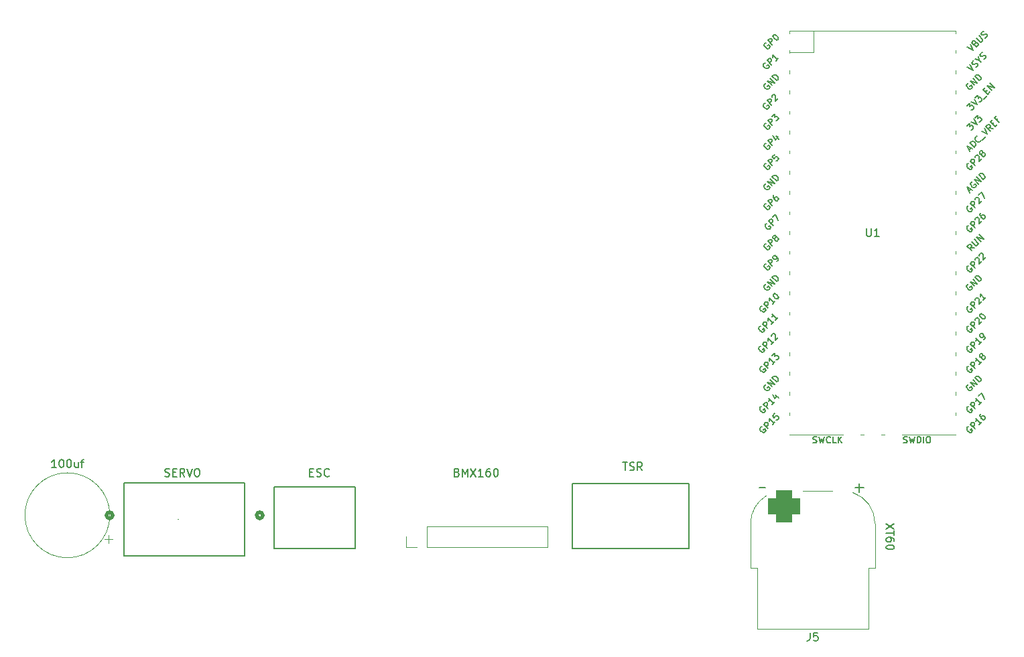
<source format=gbr>
%TF.GenerationSoftware,KiCad,Pcbnew,7.0.10*%
%TF.CreationDate,2024-01-30T18:20:02-08:00*%
%TF.ProjectId,pcb-1,7063622d-312e-46b6-9963-61645f706362,rev?*%
%TF.SameCoordinates,Original*%
%TF.FileFunction,Legend,Top*%
%TF.FilePolarity,Positive*%
%FSLAX46Y46*%
G04 Gerber Fmt 4.6, Leading zero omitted, Abs format (unit mm)*
G04 Created by KiCad (PCBNEW 7.0.10) date 2024-01-30 18:20:02*
%MOMM*%
%LPD*%
G01*
G04 APERTURE LIST*
G04 Aperture macros list*
%AMRoundRect*
0 Rectangle with rounded corners*
0 $1 Rounding radius*
0 $2 $3 $4 $5 $6 $7 $8 $9 X,Y pos of 4 corners*
0 Add a 4 corners polygon primitive as box body*
4,1,4,$2,$3,$4,$5,$6,$7,$8,$9,$2,$3,0*
0 Add four circle primitives for the rounded corners*
1,1,$1+$1,$2,$3*
1,1,$1+$1,$4,$5*
1,1,$1+$1,$6,$7*
1,1,$1+$1,$8,$9*
0 Add four rect primitives between the rounded corners*
20,1,$1+$1,$2,$3,$4,$5,0*
20,1,$1+$1,$4,$5,$6,$7,0*
20,1,$1+$1,$6,$7,$8,$9,0*
20,1,$1+$1,$8,$9,$2,$3,0*%
G04 Aperture macros list end*
%ADD10C,0.150000*%
%ADD11C,0.120000*%
%ADD12C,0.152400*%
%ADD13C,0.508000*%
%ADD14C,2.750000*%
%ADD15R,1.750000X1.750000*%
%ADD16C,1.750000*%
%ADD17R,1.600000X1.600000*%
%ADD18C,1.600000*%
%ADD19R,1.700000X1.700000*%
%ADD20O,1.700000X1.700000*%
%ADD21O,1.800000X1.800000*%
%ADD22O,1.500000X1.500000*%
%ADD23R,3.500000X1.700000*%
%ADD24R,1.700000X3.500000*%
%ADD25C,1.803400*%
%ADD26C,1.219200*%
%ADD27R,0.900000X2.000000*%
%ADD28RoundRect,1.025000X1.025000X1.025000X-1.025000X1.025000X-1.025000X-1.025000X1.025000X-1.025000X0*%
%ADD29C,4.100000*%
G04 APERTURE END LIST*
D10*
X137988862Y-122377259D02*
X138131719Y-122424878D01*
X138131719Y-122424878D02*
X138179338Y-122472497D01*
X138179338Y-122472497D02*
X138226957Y-122567735D01*
X138226957Y-122567735D02*
X138226957Y-122710592D01*
X138226957Y-122710592D02*
X138179338Y-122805830D01*
X138179338Y-122805830D02*
X138131719Y-122853450D01*
X138131719Y-122853450D02*
X138036481Y-122901069D01*
X138036481Y-122901069D02*
X137655529Y-122901069D01*
X137655529Y-122901069D02*
X137655529Y-121901069D01*
X137655529Y-121901069D02*
X137988862Y-121901069D01*
X137988862Y-121901069D02*
X138084100Y-121948688D01*
X138084100Y-121948688D02*
X138131719Y-121996307D01*
X138131719Y-121996307D02*
X138179338Y-122091545D01*
X138179338Y-122091545D02*
X138179338Y-122186783D01*
X138179338Y-122186783D02*
X138131719Y-122282021D01*
X138131719Y-122282021D02*
X138084100Y-122329640D01*
X138084100Y-122329640D02*
X137988862Y-122377259D01*
X137988862Y-122377259D02*
X137655529Y-122377259D01*
X138655529Y-122901069D02*
X138655529Y-121901069D01*
X138655529Y-121901069D02*
X138988862Y-122615354D01*
X138988862Y-122615354D02*
X139322195Y-121901069D01*
X139322195Y-121901069D02*
X139322195Y-122901069D01*
X139703148Y-121901069D02*
X140369814Y-122901069D01*
X140369814Y-121901069D02*
X139703148Y-122901069D01*
X141274576Y-122901069D02*
X140703148Y-122901069D01*
X140988862Y-122901069D02*
X140988862Y-121901069D01*
X140988862Y-121901069D02*
X140893624Y-122043926D01*
X140893624Y-122043926D02*
X140798386Y-122139164D01*
X140798386Y-122139164D02*
X140703148Y-122186783D01*
X142131719Y-121901069D02*
X141941243Y-121901069D01*
X141941243Y-121901069D02*
X141846005Y-121948688D01*
X141846005Y-121948688D02*
X141798386Y-121996307D01*
X141798386Y-121996307D02*
X141703148Y-122139164D01*
X141703148Y-122139164D02*
X141655529Y-122329640D01*
X141655529Y-122329640D02*
X141655529Y-122710592D01*
X141655529Y-122710592D02*
X141703148Y-122805830D01*
X141703148Y-122805830D02*
X141750767Y-122853450D01*
X141750767Y-122853450D02*
X141846005Y-122901069D01*
X141846005Y-122901069D02*
X142036481Y-122901069D01*
X142036481Y-122901069D02*
X142131719Y-122853450D01*
X142131719Y-122853450D02*
X142179338Y-122805830D01*
X142179338Y-122805830D02*
X142226957Y-122710592D01*
X142226957Y-122710592D02*
X142226957Y-122472497D01*
X142226957Y-122472497D02*
X142179338Y-122377259D01*
X142179338Y-122377259D02*
X142131719Y-122329640D01*
X142131719Y-122329640D02*
X142036481Y-122282021D01*
X142036481Y-122282021D02*
X141846005Y-122282021D01*
X141846005Y-122282021D02*
X141750767Y-122329640D01*
X141750767Y-122329640D02*
X141703148Y-122377259D01*
X141703148Y-122377259D02*
X141655529Y-122472497D01*
X142846005Y-121901069D02*
X142941243Y-121901069D01*
X142941243Y-121901069D02*
X143036481Y-121948688D01*
X143036481Y-121948688D02*
X143084100Y-121996307D01*
X143084100Y-121996307D02*
X143131719Y-122091545D01*
X143131719Y-122091545D02*
X143179338Y-122282021D01*
X143179338Y-122282021D02*
X143179338Y-122520116D01*
X143179338Y-122520116D02*
X143131719Y-122710592D01*
X143131719Y-122710592D02*
X143084100Y-122805830D01*
X143084100Y-122805830D02*
X143036481Y-122853450D01*
X143036481Y-122853450D02*
X142941243Y-122901069D01*
X142941243Y-122901069D02*
X142846005Y-122901069D01*
X142846005Y-122901069D02*
X142750767Y-122853450D01*
X142750767Y-122853450D02*
X142703148Y-122805830D01*
X142703148Y-122805830D02*
X142655529Y-122710592D01*
X142655529Y-122710592D02*
X142607910Y-122520116D01*
X142607910Y-122520116D02*
X142607910Y-122282021D01*
X142607910Y-122282021D02*
X142655529Y-122091545D01*
X142655529Y-122091545D02*
X142703148Y-121996307D01*
X142703148Y-121996307D02*
X142750767Y-121948688D01*
X142750767Y-121948688D02*
X142846005Y-121901069D01*
X119399279Y-122377259D02*
X119732612Y-122377259D01*
X119875469Y-122901069D02*
X119399279Y-122901069D01*
X119399279Y-122901069D02*
X119399279Y-121901069D01*
X119399279Y-121901069D02*
X119875469Y-121901069D01*
X120256422Y-122853450D02*
X120399279Y-122901069D01*
X120399279Y-122901069D02*
X120637374Y-122901069D01*
X120637374Y-122901069D02*
X120732612Y-122853450D01*
X120732612Y-122853450D02*
X120780231Y-122805830D01*
X120780231Y-122805830D02*
X120827850Y-122710592D01*
X120827850Y-122710592D02*
X120827850Y-122615354D01*
X120827850Y-122615354D02*
X120780231Y-122520116D01*
X120780231Y-122520116D02*
X120732612Y-122472497D01*
X120732612Y-122472497D02*
X120637374Y-122424878D01*
X120637374Y-122424878D02*
X120446898Y-122377259D01*
X120446898Y-122377259D02*
X120351660Y-122329640D01*
X120351660Y-122329640D02*
X120304041Y-122282021D01*
X120304041Y-122282021D02*
X120256422Y-122186783D01*
X120256422Y-122186783D02*
X120256422Y-122091545D01*
X120256422Y-122091545D02*
X120304041Y-121996307D01*
X120304041Y-121996307D02*
X120351660Y-121948688D01*
X120351660Y-121948688D02*
X120446898Y-121901069D01*
X120446898Y-121901069D02*
X120684993Y-121901069D01*
X120684993Y-121901069D02*
X120827850Y-121948688D01*
X121827850Y-122805830D02*
X121780231Y-122853450D01*
X121780231Y-122853450D02*
X121637374Y-122901069D01*
X121637374Y-122901069D02*
X121542136Y-122901069D01*
X121542136Y-122901069D02*
X121399279Y-122853450D01*
X121399279Y-122853450D02*
X121304041Y-122758211D01*
X121304041Y-122758211D02*
X121256422Y-122662973D01*
X121256422Y-122662973D02*
X121208803Y-122472497D01*
X121208803Y-122472497D02*
X121208803Y-122329640D01*
X121208803Y-122329640D02*
X121256422Y-122139164D01*
X121256422Y-122139164D02*
X121304041Y-122043926D01*
X121304041Y-122043926D02*
X121399279Y-121948688D01*
X121399279Y-121948688D02*
X121542136Y-121901069D01*
X121542136Y-121901069D02*
X121637374Y-121901069D01*
X121637374Y-121901069D02*
X121780231Y-121948688D01*
X121780231Y-121948688D02*
X121827850Y-121996307D01*
X193217680Y-128829041D02*
X192217680Y-129495707D01*
X193217680Y-129495707D02*
X192217680Y-128829041D01*
X193217680Y-129733803D02*
X193217680Y-130305231D01*
X192217680Y-130019517D02*
X193217680Y-130019517D01*
X193217680Y-131067136D02*
X193217680Y-130876660D01*
X193217680Y-130876660D02*
X193170061Y-130781422D01*
X193170061Y-130781422D02*
X193122442Y-130733803D01*
X193122442Y-130733803D02*
X192979585Y-130638565D01*
X192979585Y-130638565D02*
X192789109Y-130590946D01*
X192789109Y-130590946D02*
X192408157Y-130590946D01*
X192408157Y-130590946D02*
X192312919Y-130638565D01*
X192312919Y-130638565D02*
X192265300Y-130686184D01*
X192265300Y-130686184D02*
X192217680Y-130781422D01*
X192217680Y-130781422D02*
X192217680Y-130971898D01*
X192217680Y-130971898D02*
X192265300Y-131067136D01*
X192265300Y-131067136D02*
X192312919Y-131114755D01*
X192312919Y-131114755D02*
X192408157Y-131162374D01*
X192408157Y-131162374D02*
X192646252Y-131162374D01*
X192646252Y-131162374D02*
X192741490Y-131114755D01*
X192741490Y-131114755D02*
X192789109Y-131067136D01*
X192789109Y-131067136D02*
X192836728Y-130971898D01*
X192836728Y-130971898D02*
X192836728Y-130781422D01*
X192836728Y-130781422D02*
X192789109Y-130686184D01*
X192789109Y-130686184D02*
X192741490Y-130638565D01*
X192741490Y-130638565D02*
X192646252Y-130590946D01*
X193217680Y-131781422D02*
X193217680Y-131876660D01*
X193217680Y-131876660D02*
X193170061Y-131971898D01*
X193170061Y-131971898D02*
X193122442Y-132019517D01*
X193122442Y-132019517D02*
X193027204Y-132067136D01*
X193027204Y-132067136D02*
X192836728Y-132114755D01*
X192836728Y-132114755D02*
X192598633Y-132114755D01*
X192598633Y-132114755D02*
X192408157Y-132067136D01*
X192408157Y-132067136D02*
X192312919Y-132019517D01*
X192312919Y-132019517D02*
X192265300Y-131971898D01*
X192265300Y-131971898D02*
X192217680Y-131876660D01*
X192217680Y-131876660D02*
X192217680Y-131781422D01*
X192217680Y-131781422D02*
X192265300Y-131686184D01*
X192265300Y-131686184D02*
X192312919Y-131638565D01*
X192312919Y-131638565D02*
X192408157Y-131590946D01*
X192408157Y-131590946D02*
X192598633Y-131543327D01*
X192598633Y-131543327D02*
X192836728Y-131543327D01*
X192836728Y-131543327D02*
X193027204Y-131590946D01*
X193027204Y-131590946D02*
X193122442Y-131638565D01*
X193122442Y-131638565D02*
X193170061Y-131686184D01*
X193170061Y-131686184D02*
X193217680Y-131781422D01*
X158943922Y-121107319D02*
X159515350Y-121107319D01*
X159229636Y-122107319D02*
X159229636Y-121107319D01*
X159801065Y-122059700D02*
X159943922Y-122107319D01*
X159943922Y-122107319D02*
X160182017Y-122107319D01*
X160182017Y-122107319D02*
X160277255Y-122059700D01*
X160277255Y-122059700D02*
X160324874Y-122012080D01*
X160324874Y-122012080D02*
X160372493Y-121916842D01*
X160372493Y-121916842D02*
X160372493Y-121821604D01*
X160372493Y-121821604D02*
X160324874Y-121726366D01*
X160324874Y-121726366D02*
X160277255Y-121678747D01*
X160277255Y-121678747D02*
X160182017Y-121631128D01*
X160182017Y-121631128D02*
X159991541Y-121583509D01*
X159991541Y-121583509D02*
X159896303Y-121535890D01*
X159896303Y-121535890D02*
X159848684Y-121488271D01*
X159848684Y-121488271D02*
X159801065Y-121393033D01*
X159801065Y-121393033D02*
X159801065Y-121297795D01*
X159801065Y-121297795D02*
X159848684Y-121202557D01*
X159848684Y-121202557D02*
X159896303Y-121154938D01*
X159896303Y-121154938D02*
X159991541Y-121107319D01*
X159991541Y-121107319D02*
X160229636Y-121107319D01*
X160229636Y-121107319D02*
X160372493Y-121154938D01*
X161372493Y-122107319D02*
X161039160Y-121631128D01*
X160801065Y-122107319D02*
X160801065Y-121107319D01*
X160801065Y-121107319D02*
X161182017Y-121107319D01*
X161182017Y-121107319D02*
X161277255Y-121154938D01*
X161277255Y-121154938D02*
X161324874Y-121202557D01*
X161324874Y-121202557D02*
X161372493Y-121297795D01*
X161372493Y-121297795D02*
X161372493Y-121440652D01*
X161372493Y-121440652D02*
X161324874Y-121535890D01*
X161324874Y-121535890D02*
X161277255Y-121583509D01*
X161277255Y-121583509D02*
X161182017Y-121631128D01*
X161182017Y-121631128D02*
X160801065Y-121631128D01*
X101095410Y-122853450D02*
X101238267Y-122901069D01*
X101238267Y-122901069D02*
X101476362Y-122901069D01*
X101476362Y-122901069D02*
X101571600Y-122853450D01*
X101571600Y-122853450D02*
X101619219Y-122805830D01*
X101619219Y-122805830D02*
X101666838Y-122710592D01*
X101666838Y-122710592D02*
X101666838Y-122615354D01*
X101666838Y-122615354D02*
X101619219Y-122520116D01*
X101619219Y-122520116D02*
X101571600Y-122472497D01*
X101571600Y-122472497D02*
X101476362Y-122424878D01*
X101476362Y-122424878D02*
X101285886Y-122377259D01*
X101285886Y-122377259D02*
X101190648Y-122329640D01*
X101190648Y-122329640D02*
X101143029Y-122282021D01*
X101143029Y-122282021D02*
X101095410Y-122186783D01*
X101095410Y-122186783D02*
X101095410Y-122091545D01*
X101095410Y-122091545D02*
X101143029Y-121996307D01*
X101143029Y-121996307D02*
X101190648Y-121948688D01*
X101190648Y-121948688D02*
X101285886Y-121901069D01*
X101285886Y-121901069D02*
X101523981Y-121901069D01*
X101523981Y-121901069D02*
X101666838Y-121948688D01*
X102095410Y-122377259D02*
X102428743Y-122377259D01*
X102571600Y-122901069D02*
X102095410Y-122901069D01*
X102095410Y-122901069D02*
X102095410Y-121901069D01*
X102095410Y-121901069D02*
X102571600Y-121901069D01*
X103571600Y-122901069D02*
X103238267Y-122424878D01*
X103000172Y-122901069D02*
X103000172Y-121901069D01*
X103000172Y-121901069D02*
X103381124Y-121901069D01*
X103381124Y-121901069D02*
X103476362Y-121948688D01*
X103476362Y-121948688D02*
X103523981Y-121996307D01*
X103523981Y-121996307D02*
X103571600Y-122091545D01*
X103571600Y-122091545D02*
X103571600Y-122234402D01*
X103571600Y-122234402D02*
X103523981Y-122329640D01*
X103523981Y-122329640D02*
X103476362Y-122377259D01*
X103476362Y-122377259D02*
X103381124Y-122424878D01*
X103381124Y-122424878D02*
X103000172Y-122424878D01*
X103857315Y-121901069D02*
X104190648Y-122901069D01*
X104190648Y-122901069D02*
X104523981Y-121901069D01*
X105047791Y-121901069D02*
X105238267Y-121901069D01*
X105238267Y-121901069D02*
X105333505Y-121948688D01*
X105333505Y-121948688D02*
X105428743Y-122043926D01*
X105428743Y-122043926D02*
X105476362Y-122234402D01*
X105476362Y-122234402D02*
X105476362Y-122567735D01*
X105476362Y-122567735D02*
X105428743Y-122758211D01*
X105428743Y-122758211D02*
X105333505Y-122853450D01*
X105333505Y-122853450D02*
X105238267Y-122901069D01*
X105238267Y-122901069D02*
X105047791Y-122901069D01*
X105047791Y-122901069D02*
X104952553Y-122853450D01*
X104952553Y-122853450D02*
X104857315Y-122758211D01*
X104857315Y-122758211D02*
X104809696Y-122567735D01*
X104809696Y-122567735D02*
X104809696Y-122234402D01*
X104809696Y-122234402D02*
X104857315Y-122043926D01*
X104857315Y-122043926D02*
X104952553Y-121948688D01*
X104952553Y-121948688D02*
X105047791Y-121901069D01*
X87354171Y-121748569D02*
X86782743Y-121748569D01*
X87068457Y-121748569D02*
X87068457Y-120748569D01*
X87068457Y-120748569D02*
X86973219Y-120891426D01*
X86973219Y-120891426D02*
X86877981Y-120986664D01*
X86877981Y-120986664D02*
X86782743Y-121034283D01*
X87973219Y-120748569D02*
X88068457Y-120748569D01*
X88068457Y-120748569D02*
X88163695Y-120796188D01*
X88163695Y-120796188D02*
X88211314Y-120843807D01*
X88211314Y-120843807D02*
X88258933Y-120939045D01*
X88258933Y-120939045D02*
X88306552Y-121129521D01*
X88306552Y-121129521D02*
X88306552Y-121367616D01*
X88306552Y-121367616D02*
X88258933Y-121558092D01*
X88258933Y-121558092D02*
X88211314Y-121653330D01*
X88211314Y-121653330D02*
X88163695Y-121700950D01*
X88163695Y-121700950D02*
X88068457Y-121748569D01*
X88068457Y-121748569D02*
X87973219Y-121748569D01*
X87973219Y-121748569D02*
X87877981Y-121700950D01*
X87877981Y-121700950D02*
X87830362Y-121653330D01*
X87830362Y-121653330D02*
X87782743Y-121558092D01*
X87782743Y-121558092D02*
X87735124Y-121367616D01*
X87735124Y-121367616D02*
X87735124Y-121129521D01*
X87735124Y-121129521D02*
X87782743Y-120939045D01*
X87782743Y-120939045D02*
X87830362Y-120843807D01*
X87830362Y-120843807D02*
X87877981Y-120796188D01*
X87877981Y-120796188D02*
X87973219Y-120748569D01*
X88925600Y-120748569D02*
X89020838Y-120748569D01*
X89020838Y-120748569D02*
X89116076Y-120796188D01*
X89116076Y-120796188D02*
X89163695Y-120843807D01*
X89163695Y-120843807D02*
X89211314Y-120939045D01*
X89211314Y-120939045D02*
X89258933Y-121129521D01*
X89258933Y-121129521D02*
X89258933Y-121367616D01*
X89258933Y-121367616D02*
X89211314Y-121558092D01*
X89211314Y-121558092D02*
X89163695Y-121653330D01*
X89163695Y-121653330D02*
X89116076Y-121700950D01*
X89116076Y-121700950D02*
X89020838Y-121748569D01*
X89020838Y-121748569D02*
X88925600Y-121748569D01*
X88925600Y-121748569D02*
X88830362Y-121700950D01*
X88830362Y-121700950D02*
X88782743Y-121653330D01*
X88782743Y-121653330D02*
X88735124Y-121558092D01*
X88735124Y-121558092D02*
X88687505Y-121367616D01*
X88687505Y-121367616D02*
X88687505Y-121129521D01*
X88687505Y-121129521D02*
X88735124Y-120939045D01*
X88735124Y-120939045D02*
X88782743Y-120843807D01*
X88782743Y-120843807D02*
X88830362Y-120796188D01*
X88830362Y-120796188D02*
X88925600Y-120748569D01*
X90116076Y-121081902D02*
X90116076Y-121748569D01*
X89687505Y-121081902D02*
X89687505Y-121605711D01*
X89687505Y-121605711D02*
X89735124Y-121700950D01*
X89735124Y-121700950D02*
X89830362Y-121748569D01*
X89830362Y-121748569D02*
X89973219Y-121748569D01*
X89973219Y-121748569D02*
X90068457Y-121700950D01*
X90068457Y-121700950D02*
X90116076Y-121653330D01*
X90449410Y-121081902D02*
X90830362Y-121081902D01*
X90592267Y-121748569D02*
X90592267Y-120891426D01*
X90592267Y-120891426D02*
X90639886Y-120796188D01*
X90639886Y-120796188D02*
X90735124Y-120748569D01*
X90735124Y-120748569D02*
X90830362Y-120748569D01*
X189738095Y-91529819D02*
X189738095Y-92339342D01*
X189738095Y-92339342D02*
X189785714Y-92434580D01*
X189785714Y-92434580D02*
X189833333Y-92482200D01*
X189833333Y-92482200D02*
X189928571Y-92529819D01*
X189928571Y-92529819D02*
X190119047Y-92529819D01*
X190119047Y-92529819D02*
X190214285Y-92482200D01*
X190214285Y-92482200D02*
X190261904Y-92434580D01*
X190261904Y-92434580D02*
X190309523Y-92339342D01*
X190309523Y-92339342D02*
X190309523Y-91529819D01*
X191309523Y-92529819D02*
X190738095Y-92529819D01*
X191023809Y-92529819D02*
X191023809Y-91529819D01*
X191023809Y-91529819D02*
X190928571Y-91672676D01*
X190928571Y-91672676D02*
X190833333Y-91767914D01*
X190833333Y-91767914D02*
X190738095Y-91815533D01*
X176986435Y-111273431D02*
X176905623Y-111300368D01*
X176905623Y-111300368D02*
X176824811Y-111381180D01*
X176824811Y-111381180D02*
X176770936Y-111488930D01*
X176770936Y-111488930D02*
X176770936Y-111596680D01*
X176770936Y-111596680D02*
X176797873Y-111677492D01*
X176797873Y-111677492D02*
X176878685Y-111812179D01*
X176878685Y-111812179D02*
X176959498Y-111892991D01*
X176959498Y-111892991D02*
X177094185Y-111973803D01*
X177094185Y-111973803D02*
X177174997Y-112000741D01*
X177174997Y-112000741D02*
X177282746Y-112000741D01*
X177282746Y-112000741D02*
X177390496Y-111946866D01*
X177390496Y-111946866D02*
X177444371Y-111892991D01*
X177444371Y-111892991D02*
X177498246Y-111785241D01*
X177498246Y-111785241D02*
X177498246Y-111731367D01*
X177498246Y-111731367D02*
X177309684Y-111542805D01*
X177309684Y-111542805D02*
X177201934Y-111650554D01*
X177794557Y-111542805D02*
X177228872Y-110977119D01*
X177228872Y-110977119D02*
X178117806Y-111219556D01*
X178117806Y-111219556D02*
X177552120Y-110653871D01*
X178387180Y-110950182D02*
X177821494Y-110384497D01*
X177821494Y-110384497D02*
X177956181Y-110249810D01*
X177956181Y-110249810D02*
X178063931Y-110195935D01*
X178063931Y-110195935D02*
X178171680Y-110195935D01*
X178171680Y-110195935D02*
X178252493Y-110222872D01*
X178252493Y-110222872D02*
X178387180Y-110303685D01*
X178387180Y-110303685D02*
X178467992Y-110384497D01*
X178467992Y-110384497D02*
X178548804Y-110519184D01*
X178548804Y-110519184D02*
X178575741Y-110599996D01*
X178575741Y-110599996D02*
X178575741Y-110707746D01*
X178575741Y-110707746D02*
X178521867Y-110815495D01*
X178521867Y-110815495D02*
X178387180Y-110950182D01*
X176489998Y-116595868D02*
X176409185Y-116622805D01*
X176409185Y-116622805D02*
X176328373Y-116703618D01*
X176328373Y-116703618D02*
X176274498Y-116811367D01*
X176274498Y-116811367D02*
X176274498Y-116919117D01*
X176274498Y-116919117D02*
X176301436Y-116999929D01*
X176301436Y-116999929D02*
X176382248Y-117134616D01*
X176382248Y-117134616D02*
X176463060Y-117215428D01*
X176463060Y-117215428D02*
X176597747Y-117296241D01*
X176597747Y-117296241D02*
X176678560Y-117323178D01*
X176678560Y-117323178D02*
X176786309Y-117323178D01*
X176786309Y-117323178D02*
X176894059Y-117269303D01*
X176894059Y-117269303D02*
X176947934Y-117215428D01*
X176947934Y-117215428D02*
X177001808Y-117107679D01*
X177001808Y-117107679D02*
X177001808Y-117053804D01*
X177001808Y-117053804D02*
X176813247Y-116865242D01*
X176813247Y-116865242D02*
X176705497Y-116972992D01*
X177298120Y-116865242D02*
X176732434Y-116299557D01*
X176732434Y-116299557D02*
X176947934Y-116084057D01*
X176947934Y-116084057D02*
X177028746Y-116057120D01*
X177028746Y-116057120D02*
X177082621Y-116057120D01*
X177082621Y-116057120D02*
X177163433Y-116084057D01*
X177163433Y-116084057D02*
X177244245Y-116164870D01*
X177244245Y-116164870D02*
X177271182Y-116245682D01*
X177271182Y-116245682D02*
X177271182Y-116299557D01*
X177271182Y-116299557D02*
X177244245Y-116380369D01*
X177244245Y-116380369D02*
X177028746Y-116595868D01*
X178160117Y-116003245D02*
X177836868Y-116326494D01*
X177998492Y-116164870D02*
X177432807Y-115599184D01*
X177432807Y-115599184D02*
X177459744Y-115733871D01*
X177459744Y-115733871D02*
X177459744Y-115841621D01*
X177459744Y-115841621D02*
X177432807Y-115922433D01*
X178106242Y-114925749D02*
X177836868Y-115195123D01*
X177836868Y-115195123D02*
X178079305Y-115491434D01*
X178079305Y-115491434D02*
X178079305Y-115437560D01*
X178079305Y-115437560D02*
X178106242Y-115356747D01*
X178106242Y-115356747D02*
X178240929Y-115222060D01*
X178240929Y-115222060D02*
X178321741Y-115195123D01*
X178321741Y-115195123D02*
X178375616Y-115195123D01*
X178375616Y-115195123D02*
X178456428Y-115222060D01*
X178456428Y-115222060D02*
X178591115Y-115356747D01*
X178591115Y-115356747D02*
X178618053Y-115437560D01*
X178618053Y-115437560D02*
X178618053Y-115491434D01*
X178618053Y-115491434D02*
X178591115Y-115572247D01*
X178591115Y-115572247D02*
X178456428Y-115706934D01*
X178456428Y-115706934D02*
X178375616Y-115733871D01*
X178375616Y-115733871D02*
X178321741Y-115733871D01*
X176489998Y-101355868D02*
X176409185Y-101382805D01*
X176409185Y-101382805D02*
X176328373Y-101463618D01*
X176328373Y-101463618D02*
X176274498Y-101571367D01*
X176274498Y-101571367D02*
X176274498Y-101679117D01*
X176274498Y-101679117D02*
X176301436Y-101759929D01*
X176301436Y-101759929D02*
X176382248Y-101894616D01*
X176382248Y-101894616D02*
X176463060Y-101975428D01*
X176463060Y-101975428D02*
X176597747Y-102056241D01*
X176597747Y-102056241D02*
X176678560Y-102083178D01*
X176678560Y-102083178D02*
X176786309Y-102083178D01*
X176786309Y-102083178D02*
X176894059Y-102029303D01*
X176894059Y-102029303D02*
X176947934Y-101975428D01*
X176947934Y-101975428D02*
X177001808Y-101867679D01*
X177001808Y-101867679D02*
X177001808Y-101813804D01*
X177001808Y-101813804D02*
X176813247Y-101625242D01*
X176813247Y-101625242D02*
X176705497Y-101732992D01*
X177298120Y-101625242D02*
X176732434Y-101059557D01*
X176732434Y-101059557D02*
X176947934Y-100844057D01*
X176947934Y-100844057D02*
X177028746Y-100817120D01*
X177028746Y-100817120D02*
X177082621Y-100817120D01*
X177082621Y-100817120D02*
X177163433Y-100844057D01*
X177163433Y-100844057D02*
X177244245Y-100924870D01*
X177244245Y-100924870D02*
X177271182Y-101005682D01*
X177271182Y-101005682D02*
X177271182Y-101059557D01*
X177271182Y-101059557D02*
X177244245Y-101140369D01*
X177244245Y-101140369D02*
X177028746Y-101355868D01*
X178160117Y-100763245D02*
X177836868Y-101086494D01*
X177998492Y-100924870D02*
X177432807Y-100359184D01*
X177432807Y-100359184D02*
X177459744Y-100493871D01*
X177459744Y-100493871D02*
X177459744Y-100601621D01*
X177459744Y-100601621D02*
X177432807Y-100682433D01*
X177944618Y-99847373D02*
X177998492Y-99793499D01*
X177998492Y-99793499D02*
X178079305Y-99766561D01*
X178079305Y-99766561D02*
X178133179Y-99766561D01*
X178133179Y-99766561D02*
X178213992Y-99793499D01*
X178213992Y-99793499D02*
X178348679Y-99874311D01*
X178348679Y-99874311D02*
X178483366Y-100008998D01*
X178483366Y-100008998D02*
X178564178Y-100143685D01*
X178564178Y-100143685D02*
X178591115Y-100224497D01*
X178591115Y-100224497D02*
X178591115Y-100278372D01*
X178591115Y-100278372D02*
X178564178Y-100359184D01*
X178564178Y-100359184D02*
X178510303Y-100413059D01*
X178510303Y-100413059D02*
X178429491Y-100439996D01*
X178429491Y-100439996D02*
X178375616Y-100439996D01*
X178375616Y-100439996D02*
X178294804Y-100413059D01*
X178294804Y-100413059D02*
X178160117Y-100332247D01*
X178160117Y-100332247D02*
X178025430Y-100197560D01*
X178025430Y-100197560D02*
X177944618Y-100062873D01*
X177944618Y-100062873D02*
X177917680Y-99982060D01*
X177917680Y-99982060D02*
X177917680Y-99928186D01*
X177917680Y-99928186D02*
X177944618Y-99847373D01*
X202597998Y-91195868D02*
X202517185Y-91222805D01*
X202517185Y-91222805D02*
X202436373Y-91303618D01*
X202436373Y-91303618D02*
X202382498Y-91411367D01*
X202382498Y-91411367D02*
X202382498Y-91519117D01*
X202382498Y-91519117D02*
X202409436Y-91599929D01*
X202409436Y-91599929D02*
X202490248Y-91734616D01*
X202490248Y-91734616D02*
X202571060Y-91815428D01*
X202571060Y-91815428D02*
X202705747Y-91896241D01*
X202705747Y-91896241D02*
X202786560Y-91923178D01*
X202786560Y-91923178D02*
X202894309Y-91923178D01*
X202894309Y-91923178D02*
X203002059Y-91869303D01*
X203002059Y-91869303D02*
X203055934Y-91815428D01*
X203055934Y-91815428D02*
X203109808Y-91707679D01*
X203109808Y-91707679D02*
X203109808Y-91653804D01*
X203109808Y-91653804D02*
X202921247Y-91465242D01*
X202921247Y-91465242D02*
X202813497Y-91572992D01*
X203406120Y-91465242D02*
X202840434Y-90899557D01*
X202840434Y-90899557D02*
X203055934Y-90684057D01*
X203055934Y-90684057D02*
X203136746Y-90657120D01*
X203136746Y-90657120D02*
X203190621Y-90657120D01*
X203190621Y-90657120D02*
X203271433Y-90684057D01*
X203271433Y-90684057D02*
X203352245Y-90764870D01*
X203352245Y-90764870D02*
X203379182Y-90845682D01*
X203379182Y-90845682D02*
X203379182Y-90899557D01*
X203379182Y-90899557D02*
X203352245Y-90980369D01*
X203352245Y-90980369D02*
X203136746Y-91195868D01*
X203433057Y-90414683D02*
X203433057Y-90360809D01*
X203433057Y-90360809D02*
X203459995Y-90279996D01*
X203459995Y-90279996D02*
X203594682Y-90145309D01*
X203594682Y-90145309D02*
X203675494Y-90118372D01*
X203675494Y-90118372D02*
X203729369Y-90118372D01*
X203729369Y-90118372D02*
X203810181Y-90145309D01*
X203810181Y-90145309D02*
X203864056Y-90199184D01*
X203864056Y-90199184D02*
X203917930Y-90306934D01*
X203917930Y-90306934D02*
X203917930Y-90953431D01*
X203917930Y-90953431D02*
X204268117Y-90603245D01*
X204187305Y-89552686D02*
X204079555Y-89660436D01*
X204079555Y-89660436D02*
X204052618Y-89741248D01*
X204052618Y-89741248D02*
X204052618Y-89795123D01*
X204052618Y-89795123D02*
X204079555Y-89929810D01*
X204079555Y-89929810D02*
X204160367Y-90064497D01*
X204160367Y-90064497D02*
X204375866Y-90279996D01*
X204375866Y-90279996D02*
X204456679Y-90306934D01*
X204456679Y-90306934D02*
X204510553Y-90306934D01*
X204510553Y-90306934D02*
X204591366Y-90279996D01*
X204591366Y-90279996D02*
X204699115Y-90172247D01*
X204699115Y-90172247D02*
X204726053Y-90091434D01*
X204726053Y-90091434D02*
X204726053Y-90037560D01*
X204726053Y-90037560D02*
X204699115Y-89956747D01*
X204699115Y-89956747D02*
X204564428Y-89822060D01*
X204564428Y-89822060D02*
X204483616Y-89795123D01*
X204483616Y-89795123D02*
X204429741Y-89795123D01*
X204429741Y-89795123D02*
X204348929Y-89822060D01*
X204348929Y-89822060D02*
X204241179Y-89929810D01*
X204241179Y-89929810D02*
X204214242Y-90010622D01*
X204214242Y-90010622D02*
X204214242Y-90064497D01*
X204214242Y-90064497D02*
X204241179Y-90145309D01*
X177013372Y-83306494D02*
X176932560Y-83333431D01*
X176932560Y-83333431D02*
X176851748Y-83414243D01*
X176851748Y-83414243D02*
X176797873Y-83521993D01*
X176797873Y-83521993D02*
X176797873Y-83629742D01*
X176797873Y-83629742D02*
X176824810Y-83710555D01*
X176824810Y-83710555D02*
X176905623Y-83845242D01*
X176905623Y-83845242D02*
X176986435Y-83926054D01*
X176986435Y-83926054D02*
X177121122Y-84006866D01*
X177121122Y-84006866D02*
X177201934Y-84033803D01*
X177201934Y-84033803D02*
X177309684Y-84033803D01*
X177309684Y-84033803D02*
X177417433Y-83979929D01*
X177417433Y-83979929D02*
X177471308Y-83926054D01*
X177471308Y-83926054D02*
X177525183Y-83818304D01*
X177525183Y-83818304D02*
X177525183Y-83764429D01*
X177525183Y-83764429D02*
X177336621Y-83575868D01*
X177336621Y-83575868D02*
X177228871Y-83683617D01*
X177821494Y-83575868D02*
X177255809Y-83010182D01*
X177255809Y-83010182D02*
X177471308Y-82794683D01*
X177471308Y-82794683D02*
X177552120Y-82767746D01*
X177552120Y-82767746D02*
X177605995Y-82767746D01*
X177605995Y-82767746D02*
X177686807Y-82794683D01*
X177686807Y-82794683D02*
X177767619Y-82875495D01*
X177767619Y-82875495D02*
X177794557Y-82956307D01*
X177794557Y-82956307D02*
X177794557Y-83010182D01*
X177794557Y-83010182D02*
X177767619Y-83090994D01*
X177767619Y-83090994D02*
X177552120Y-83306494D01*
X178090868Y-82175123D02*
X177821494Y-82444497D01*
X177821494Y-82444497D02*
X178063931Y-82740808D01*
X178063931Y-82740808D02*
X178063931Y-82686933D01*
X178063931Y-82686933D02*
X178090868Y-82606121D01*
X178090868Y-82606121D02*
X178225555Y-82471434D01*
X178225555Y-82471434D02*
X178306367Y-82444497D01*
X178306367Y-82444497D02*
X178360242Y-82444497D01*
X178360242Y-82444497D02*
X178441054Y-82471434D01*
X178441054Y-82471434D02*
X178575741Y-82606121D01*
X178575741Y-82606121D02*
X178602679Y-82686933D01*
X178602679Y-82686933D02*
X178602679Y-82740808D01*
X178602679Y-82740808D02*
X178575741Y-82821620D01*
X178575741Y-82821620D02*
X178441054Y-82956307D01*
X178441054Y-82956307D02*
X178360242Y-82983245D01*
X178360242Y-82983245D02*
X178306367Y-82983245D01*
X202597998Y-114055868D02*
X202517185Y-114082805D01*
X202517185Y-114082805D02*
X202436373Y-114163618D01*
X202436373Y-114163618D02*
X202382498Y-114271367D01*
X202382498Y-114271367D02*
X202382498Y-114379117D01*
X202382498Y-114379117D02*
X202409436Y-114459929D01*
X202409436Y-114459929D02*
X202490248Y-114594616D01*
X202490248Y-114594616D02*
X202571060Y-114675428D01*
X202571060Y-114675428D02*
X202705747Y-114756241D01*
X202705747Y-114756241D02*
X202786560Y-114783178D01*
X202786560Y-114783178D02*
X202894309Y-114783178D01*
X202894309Y-114783178D02*
X203002059Y-114729303D01*
X203002059Y-114729303D02*
X203055934Y-114675428D01*
X203055934Y-114675428D02*
X203109808Y-114567679D01*
X203109808Y-114567679D02*
X203109808Y-114513804D01*
X203109808Y-114513804D02*
X202921247Y-114325242D01*
X202921247Y-114325242D02*
X202813497Y-114432992D01*
X203406120Y-114325242D02*
X202840434Y-113759557D01*
X202840434Y-113759557D02*
X203055934Y-113544057D01*
X203055934Y-113544057D02*
X203136746Y-113517120D01*
X203136746Y-113517120D02*
X203190621Y-113517120D01*
X203190621Y-113517120D02*
X203271433Y-113544057D01*
X203271433Y-113544057D02*
X203352245Y-113624870D01*
X203352245Y-113624870D02*
X203379182Y-113705682D01*
X203379182Y-113705682D02*
X203379182Y-113759557D01*
X203379182Y-113759557D02*
X203352245Y-113840369D01*
X203352245Y-113840369D02*
X203136746Y-114055868D01*
X204268117Y-113463245D02*
X203944868Y-113786494D01*
X204106492Y-113624870D02*
X203540807Y-113059184D01*
X203540807Y-113059184D02*
X203567744Y-113193871D01*
X203567744Y-113193871D02*
X203567744Y-113301621D01*
X203567744Y-113301621D02*
X203540807Y-113382433D01*
X203890993Y-112708998D02*
X204268117Y-112331874D01*
X204268117Y-112331874D02*
X204591366Y-113139996D01*
X202422407Y-76033584D02*
X202772593Y-75683398D01*
X202772593Y-75683398D02*
X202799531Y-76087459D01*
X202799531Y-76087459D02*
X202880343Y-76006646D01*
X202880343Y-76006646D02*
X202961155Y-75979709D01*
X202961155Y-75979709D02*
X203015030Y-75979709D01*
X203015030Y-75979709D02*
X203095842Y-76006646D01*
X203095842Y-76006646D02*
X203230529Y-76141333D01*
X203230529Y-76141333D02*
X203257467Y-76222146D01*
X203257467Y-76222146D02*
X203257467Y-76276020D01*
X203257467Y-76276020D02*
X203230529Y-76356833D01*
X203230529Y-76356833D02*
X203068905Y-76518457D01*
X203068905Y-76518457D02*
X202988093Y-76545394D01*
X202988093Y-76545394D02*
X202934218Y-76545394D01*
X202934218Y-75521773D02*
X203688465Y-75898897D01*
X203688465Y-75898897D02*
X203311342Y-75144649D01*
X203446028Y-75009963D02*
X203796215Y-74659776D01*
X203796215Y-74659776D02*
X203823152Y-75063837D01*
X203823152Y-75063837D02*
X203903964Y-74983025D01*
X203903964Y-74983025D02*
X203984776Y-74956088D01*
X203984776Y-74956088D02*
X204038651Y-74956088D01*
X204038651Y-74956088D02*
X204119464Y-74983025D01*
X204119464Y-74983025D02*
X204254151Y-75117712D01*
X204254151Y-75117712D02*
X204281088Y-75198524D01*
X204281088Y-75198524D02*
X204281088Y-75252399D01*
X204281088Y-75252399D02*
X204254151Y-75333211D01*
X204254151Y-75333211D02*
X204092526Y-75494836D01*
X204092526Y-75494836D02*
X204011714Y-75521773D01*
X204011714Y-75521773D02*
X203957839Y-75521773D01*
X204523525Y-75171587D02*
X204954523Y-74740588D01*
X204739024Y-74255715D02*
X204927586Y-74067153D01*
X205304709Y-74282652D02*
X205035335Y-74552026D01*
X205035335Y-74552026D02*
X204469650Y-73986341D01*
X204469650Y-73986341D02*
X204739024Y-73716967D01*
X205547146Y-74040215D02*
X204981461Y-73474530D01*
X204981461Y-73474530D02*
X205870395Y-73716967D01*
X205870395Y-73716967D02*
X205304710Y-73151281D01*
X176343998Y-103895868D02*
X176263185Y-103922805D01*
X176263185Y-103922805D02*
X176182373Y-104003618D01*
X176182373Y-104003618D02*
X176128498Y-104111367D01*
X176128498Y-104111367D02*
X176128498Y-104219117D01*
X176128498Y-104219117D02*
X176155436Y-104299929D01*
X176155436Y-104299929D02*
X176236248Y-104434616D01*
X176236248Y-104434616D02*
X176317060Y-104515428D01*
X176317060Y-104515428D02*
X176451747Y-104596241D01*
X176451747Y-104596241D02*
X176532560Y-104623178D01*
X176532560Y-104623178D02*
X176640309Y-104623178D01*
X176640309Y-104623178D02*
X176748059Y-104569303D01*
X176748059Y-104569303D02*
X176801934Y-104515428D01*
X176801934Y-104515428D02*
X176855808Y-104407679D01*
X176855808Y-104407679D02*
X176855808Y-104353804D01*
X176855808Y-104353804D02*
X176667247Y-104165242D01*
X176667247Y-104165242D02*
X176559497Y-104272992D01*
X177152120Y-104165242D02*
X176586434Y-103599557D01*
X176586434Y-103599557D02*
X176801934Y-103384057D01*
X176801934Y-103384057D02*
X176882746Y-103357120D01*
X176882746Y-103357120D02*
X176936621Y-103357120D01*
X176936621Y-103357120D02*
X177017433Y-103384057D01*
X177017433Y-103384057D02*
X177098245Y-103464870D01*
X177098245Y-103464870D02*
X177125182Y-103545682D01*
X177125182Y-103545682D02*
X177125182Y-103599557D01*
X177125182Y-103599557D02*
X177098245Y-103680369D01*
X177098245Y-103680369D02*
X176882746Y-103895868D01*
X178014117Y-103303245D02*
X177690868Y-103626494D01*
X177852492Y-103464870D02*
X177286807Y-102899184D01*
X177286807Y-102899184D02*
X177313744Y-103033871D01*
X177313744Y-103033871D02*
X177313744Y-103141621D01*
X177313744Y-103141621D02*
X177286807Y-103222433D01*
X178552865Y-102764497D02*
X178229616Y-103087746D01*
X178391240Y-102926121D02*
X177825555Y-102360436D01*
X177825555Y-102360436D02*
X177852492Y-102495123D01*
X177852492Y-102495123D02*
X177852492Y-102602873D01*
X177852492Y-102602873D02*
X177825555Y-102683685D01*
X177013372Y-88386494D02*
X176932560Y-88413431D01*
X176932560Y-88413431D02*
X176851748Y-88494243D01*
X176851748Y-88494243D02*
X176797873Y-88601993D01*
X176797873Y-88601993D02*
X176797873Y-88709742D01*
X176797873Y-88709742D02*
X176824810Y-88790555D01*
X176824810Y-88790555D02*
X176905623Y-88925242D01*
X176905623Y-88925242D02*
X176986435Y-89006054D01*
X176986435Y-89006054D02*
X177121122Y-89086866D01*
X177121122Y-89086866D02*
X177201934Y-89113803D01*
X177201934Y-89113803D02*
X177309684Y-89113803D01*
X177309684Y-89113803D02*
X177417433Y-89059929D01*
X177417433Y-89059929D02*
X177471308Y-89006054D01*
X177471308Y-89006054D02*
X177525183Y-88898304D01*
X177525183Y-88898304D02*
X177525183Y-88844429D01*
X177525183Y-88844429D02*
X177336621Y-88655868D01*
X177336621Y-88655868D02*
X177228871Y-88763617D01*
X177821494Y-88655868D02*
X177255809Y-88090182D01*
X177255809Y-88090182D02*
X177471308Y-87874683D01*
X177471308Y-87874683D02*
X177552120Y-87847746D01*
X177552120Y-87847746D02*
X177605995Y-87847746D01*
X177605995Y-87847746D02*
X177686807Y-87874683D01*
X177686807Y-87874683D02*
X177767619Y-87955495D01*
X177767619Y-87955495D02*
X177794557Y-88036307D01*
X177794557Y-88036307D02*
X177794557Y-88090182D01*
X177794557Y-88090182D02*
X177767619Y-88170994D01*
X177767619Y-88170994D02*
X177552120Y-88386494D01*
X178063931Y-87282060D02*
X177956181Y-87389810D01*
X177956181Y-87389810D02*
X177929244Y-87470622D01*
X177929244Y-87470622D02*
X177929244Y-87524497D01*
X177929244Y-87524497D02*
X177956181Y-87659184D01*
X177956181Y-87659184D02*
X178036993Y-87793871D01*
X178036993Y-87793871D02*
X178252493Y-88009370D01*
X178252493Y-88009370D02*
X178333305Y-88036307D01*
X178333305Y-88036307D02*
X178387180Y-88036307D01*
X178387180Y-88036307D02*
X178467992Y-88009370D01*
X178467992Y-88009370D02*
X178575741Y-87901620D01*
X178575741Y-87901620D02*
X178602679Y-87820808D01*
X178602679Y-87820808D02*
X178602679Y-87766933D01*
X178602679Y-87766933D02*
X178575741Y-87686121D01*
X178575741Y-87686121D02*
X178441054Y-87551434D01*
X178441054Y-87551434D02*
X178360242Y-87524497D01*
X178360242Y-87524497D02*
X178306367Y-87524497D01*
X178306367Y-87524497D02*
X178225555Y-87551434D01*
X178225555Y-87551434D02*
X178117806Y-87659184D01*
X178117806Y-87659184D02*
X178090868Y-87739996D01*
X178090868Y-87739996D02*
X178090868Y-87793871D01*
X178090868Y-87793871D02*
X178117806Y-87874683D01*
X202420749Y-71145242D02*
X203174996Y-71522366D01*
X203174996Y-71522366D02*
X202797873Y-70768118D01*
X203498245Y-71145242D02*
X203605995Y-71091367D01*
X203605995Y-71091367D02*
X203740682Y-70956680D01*
X203740682Y-70956680D02*
X203767619Y-70875868D01*
X203767619Y-70875868D02*
X203767619Y-70821993D01*
X203767619Y-70821993D02*
X203740682Y-70741181D01*
X203740682Y-70741181D02*
X203686807Y-70687306D01*
X203686807Y-70687306D02*
X203605995Y-70660369D01*
X203605995Y-70660369D02*
X203552120Y-70660369D01*
X203552120Y-70660369D02*
X203471308Y-70687306D01*
X203471308Y-70687306D02*
X203336621Y-70768118D01*
X203336621Y-70768118D02*
X203255808Y-70795056D01*
X203255808Y-70795056D02*
X203201934Y-70795056D01*
X203201934Y-70795056D02*
X203121121Y-70768118D01*
X203121121Y-70768118D02*
X203067247Y-70714244D01*
X203067247Y-70714244D02*
X203040309Y-70633431D01*
X203040309Y-70633431D02*
X203040309Y-70579557D01*
X203040309Y-70579557D02*
X203067247Y-70498744D01*
X203067247Y-70498744D02*
X203201934Y-70364057D01*
X203201934Y-70364057D02*
X203309683Y-70310183D01*
X203929244Y-70229370D02*
X204198618Y-70498744D01*
X203444370Y-70121621D02*
X203929244Y-70229370D01*
X203929244Y-70229370D02*
X203821494Y-69744497D01*
X204521866Y-70121621D02*
X204629616Y-70067746D01*
X204629616Y-70067746D02*
X204764303Y-69933059D01*
X204764303Y-69933059D02*
X204791240Y-69852247D01*
X204791240Y-69852247D02*
X204791240Y-69798372D01*
X204791240Y-69798372D02*
X204764303Y-69717560D01*
X204764303Y-69717560D02*
X204710428Y-69663685D01*
X204710428Y-69663685D02*
X204629616Y-69636748D01*
X204629616Y-69636748D02*
X204575741Y-69636748D01*
X204575741Y-69636748D02*
X204494929Y-69663685D01*
X204494929Y-69663685D02*
X204360242Y-69744497D01*
X204360242Y-69744497D02*
X204279430Y-69771435D01*
X204279430Y-69771435D02*
X204225555Y-69771435D01*
X204225555Y-69771435D02*
X204144743Y-69744497D01*
X204144743Y-69744497D02*
X204090868Y-69690622D01*
X204090868Y-69690622D02*
X204063930Y-69609810D01*
X204063930Y-69609810D02*
X204063930Y-69555935D01*
X204063930Y-69555935D02*
X204090868Y-69475123D01*
X204090868Y-69475123D02*
X204225555Y-69340436D01*
X204225555Y-69340436D02*
X204333304Y-69286561D01*
X176913372Y-75686494D02*
X176832560Y-75713431D01*
X176832560Y-75713431D02*
X176751748Y-75794243D01*
X176751748Y-75794243D02*
X176697873Y-75901993D01*
X176697873Y-75901993D02*
X176697873Y-76009742D01*
X176697873Y-76009742D02*
X176724810Y-76090555D01*
X176724810Y-76090555D02*
X176805623Y-76225242D01*
X176805623Y-76225242D02*
X176886435Y-76306054D01*
X176886435Y-76306054D02*
X177021122Y-76386866D01*
X177021122Y-76386866D02*
X177101934Y-76413803D01*
X177101934Y-76413803D02*
X177209684Y-76413803D01*
X177209684Y-76413803D02*
X177317433Y-76359929D01*
X177317433Y-76359929D02*
X177371308Y-76306054D01*
X177371308Y-76306054D02*
X177425183Y-76198304D01*
X177425183Y-76198304D02*
X177425183Y-76144429D01*
X177425183Y-76144429D02*
X177236621Y-75955868D01*
X177236621Y-75955868D02*
X177128871Y-76063617D01*
X177721494Y-75955868D02*
X177155809Y-75390182D01*
X177155809Y-75390182D02*
X177371308Y-75174683D01*
X177371308Y-75174683D02*
X177452120Y-75147746D01*
X177452120Y-75147746D02*
X177505995Y-75147746D01*
X177505995Y-75147746D02*
X177586807Y-75174683D01*
X177586807Y-75174683D02*
X177667619Y-75255495D01*
X177667619Y-75255495D02*
X177694557Y-75336307D01*
X177694557Y-75336307D02*
X177694557Y-75390182D01*
X177694557Y-75390182D02*
X177667619Y-75470994D01*
X177667619Y-75470994D02*
X177452120Y-75686494D01*
X177748432Y-74905309D02*
X177748432Y-74851434D01*
X177748432Y-74851434D02*
X177775369Y-74770622D01*
X177775369Y-74770622D02*
X177910056Y-74635935D01*
X177910056Y-74635935D02*
X177990868Y-74608998D01*
X177990868Y-74608998D02*
X178044743Y-74608998D01*
X178044743Y-74608998D02*
X178125555Y-74635935D01*
X178125555Y-74635935D02*
X178179430Y-74689810D01*
X178179430Y-74689810D02*
X178233305Y-74797559D01*
X178233305Y-74797559D02*
X178233305Y-75444057D01*
X178233305Y-75444057D02*
X178583491Y-75093871D01*
X194404761Y-118599200D02*
X194519047Y-118637295D01*
X194519047Y-118637295D02*
X194709523Y-118637295D01*
X194709523Y-118637295D02*
X194785714Y-118599200D01*
X194785714Y-118599200D02*
X194823809Y-118561104D01*
X194823809Y-118561104D02*
X194861904Y-118484914D01*
X194861904Y-118484914D02*
X194861904Y-118408723D01*
X194861904Y-118408723D02*
X194823809Y-118332533D01*
X194823809Y-118332533D02*
X194785714Y-118294438D01*
X194785714Y-118294438D02*
X194709523Y-118256342D01*
X194709523Y-118256342D02*
X194557142Y-118218247D01*
X194557142Y-118218247D02*
X194480952Y-118180152D01*
X194480952Y-118180152D02*
X194442857Y-118142057D01*
X194442857Y-118142057D02*
X194404761Y-118065866D01*
X194404761Y-118065866D02*
X194404761Y-117989676D01*
X194404761Y-117989676D02*
X194442857Y-117913485D01*
X194442857Y-117913485D02*
X194480952Y-117875390D01*
X194480952Y-117875390D02*
X194557142Y-117837295D01*
X194557142Y-117837295D02*
X194747619Y-117837295D01*
X194747619Y-117837295D02*
X194861904Y-117875390D01*
X195128571Y-117837295D02*
X195319047Y-118637295D01*
X195319047Y-118637295D02*
X195471428Y-118065866D01*
X195471428Y-118065866D02*
X195623809Y-118637295D01*
X195623809Y-118637295D02*
X195814286Y-117837295D01*
X196119048Y-118637295D02*
X196119048Y-117837295D01*
X196119048Y-117837295D02*
X196309524Y-117837295D01*
X196309524Y-117837295D02*
X196423810Y-117875390D01*
X196423810Y-117875390D02*
X196500000Y-117951580D01*
X196500000Y-117951580D02*
X196538095Y-118027771D01*
X196538095Y-118027771D02*
X196576191Y-118180152D01*
X196576191Y-118180152D02*
X196576191Y-118294438D01*
X196576191Y-118294438D02*
X196538095Y-118446819D01*
X196538095Y-118446819D02*
X196500000Y-118523009D01*
X196500000Y-118523009D02*
X196423810Y-118599200D01*
X196423810Y-118599200D02*
X196309524Y-118637295D01*
X196309524Y-118637295D02*
X196119048Y-118637295D01*
X196919048Y-118637295D02*
X196919048Y-117837295D01*
X197452381Y-117837295D02*
X197604762Y-117837295D01*
X197604762Y-117837295D02*
X197680952Y-117875390D01*
X197680952Y-117875390D02*
X197757143Y-117951580D01*
X197757143Y-117951580D02*
X197795238Y-118103961D01*
X197795238Y-118103961D02*
X197795238Y-118370628D01*
X197795238Y-118370628D02*
X197757143Y-118523009D01*
X197757143Y-118523009D02*
X197680952Y-118599200D01*
X197680952Y-118599200D02*
X197604762Y-118637295D01*
X197604762Y-118637295D02*
X197452381Y-118637295D01*
X197452381Y-118637295D02*
X197376190Y-118599200D01*
X197376190Y-118599200D02*
X197300000Y-118523009D01*
X197300000Y-118523009D02*
X197261904Y-118370628D01*
X197261904Y-118370628D02*
X197261904Y-118103961D01*
X197261904Y-118103961D02*
X197300000Y-117951580D01*
X197300000Y-117951580D02*
X197376190Y-117875390D01*
X197376190Y-117875390D02*
X197452381Y-117837295D01*
X202597998Y-96275868D02*
X202517185Y-96302805D01*
X202517185Y-96302805D02*
X202436373Y-96383618D01*
X202436373Y-96383618D02*
X202382498Y-96491367D01*
X202382498Y-96491367D02*
X202382498Y-96599117D01*
X202382498Y-96599117D02*
X202409436Y-96679929D01*
X202409436Y-96679929D02*
X202490248Y-96814616D01*
X202490248Y-96814616D02*
X202571060Y-96895428D01*
X202571060Y-96895428D02*
X202705747Y-96976241D01*
X202705747Y-96976241D02*
X202786560Y-97003178D01*
X202786560Y-97003178D02*
X202894309Y-97003178D01*
X202894309Y-97003178D02*
X203002059Y-96949303D01*
X203002059Y-96949303D02*
X203055934Y-96895428D01*
X203055934Y-96895428D02*
X203109808Y-96787679D01*
X203109808Y-96787679D02*
X203109808Y-96733804D01*
X203109808Y-96733804D02*
X202921247Y-96545242D01*
X202921247Y-96545242D02*
X202813497Y-96652992D01*
X203406120Y-96545242D02*
X202840434Y-95979557D01*
X202840434Y-95979557D02*
X203055934Y-95764057D01*
X203055934Y-95764057D02*
X203136746Y-95737120D01*
X203136746Y-95737120D02*
X203190621Y-95737120D01*
X203190621Y-95737120D02*
X203271433Y-95764057D01*
X203271433Y-95764057D02*
X203352245Y-95844870D01*
X203352245Y-95844870D02*
X203379182Y-95925682D01*
X203379182Y-95925682D02*
X203379182Y-95979557D01*
X203379182Y-95979557D02*
X203352245Y-96060369D01*
X203352245Y-96060369D02*
X203136746Y-96275868D01*
X203433057Y-95494683D02*
X203433057Y-95440809D01*
X203433057Y-95440809D02*
X203459995Y-95359996D01*
X203459995Y-95359996D02*
X203594682Y-95225309D01*
X203594682Y-95225309D02*
X203675494Y-95198372D01*
X203675494Y-95198372D02*
X203729369Y-95198372D01*
X203729369Y-95198372D02*
X203810181Y-95225309D01*
X203810181Y-95225309D02*
X203864056Y-95279184D01*
X203864056Y-95279184D02*
X203917930Y-95386934D01*
X203917930Y-95386934D02*
X203917930Y-96033431D01*
X203917930Y-96033431D02*
X204268117Y-95683245D01*
X203971805Y-94955935D02*
X203971805Y-94902060D01*
X203971805Y-94902060D02*
X203998743Y-94821248D01*
X203998743Y-94821248D02*
X204133430Y-94686561D01*
X204133430Y-94686561D02*
X204214242Y-94659624D01*
X204214242Y-94659624D02*
X204268117Y-94659624D01*
X204268117Y-94659624D02*
X204348929Y-94686561D01*
X204348929Y-94686561D02*
X204402804Y-94740436D01*
X204402804Y-94740436D02*
X204456679Y-94848186D01*
X204456679Y-94848186D02*
X204456679Y-95494683D01*
X204456679Y-95494683D02*
X204806865Y-95144497D01*
X176913372Y-70596494D02*
X176832560Y-70623431D01*
X176832560Y-70623431D02*
X176751748Y-70704243D01*
X176751748Y-70704243D02*
X176697873Y-70811993D01*
X176697873Y-70811993D02*
X176697873Y-70919742D01*
X176697873Y-70919742D02*
X176724810Y-71000555D01*
X176724810Y-71000555D02*
X176805623Y-71135242D01*
X176805623Y-71135242D02*
X176886435Y-71216054D01*
X176886435Y-71216054D02*
X177021122Y-71296866D01*
X177021122Y-71296866D02*
X177101934Y-71323803D01*
X177101934Y-71323803D02*
X177209684Y-71323803D01*
X177209684Y-71323803D02*
X177317433Y-71269929D01*
X177317433Y-71269929D02*
X177371308Y-71216054D01*
X177371308Y-71216054D02*
X177425183Y-71108304D01*
X177425183Y-71108304D02*
X177425183Y-71054429D01*
X177425183Y-71054429D02*
X177236621Y-70865868D01*
X177236621Y-70865868D02*
X177128871Y-70973617D01*
X177721494Y-70865868D02*
X177155809Y-70300182D01*
X177155809Y-70300182D02*
X177371308Y-70084683D01*
X177371308Y-70084683D02*
X177452120Y-70057746D01*
X177452120Y-70057746D02*
X177505995Y-70057746D01*
X177505995Y-70057746D02*
X177586807Y-70084683D01*
X177586807Y-70084683D02*
X177667619Y-70165495D01*
X177667619Y-70165495D02*
X177694557Y-70246307D01*
X177694557Y-70246307D02*
X177694557Y-70300182D01*
X177694557Y-70300182D02*
X177667619Y-70380994D01*
X177667619Y-70380994D02*
X177452120Y-70596494D01*
X178583491Y-70003871D02*
X178260242Y-70327120D01*
X178421867Y-70165495D02*
X177856181Y-69599810D01*
X177856181Y-69599810D02*
X177883119Y-69734497D01*
X177883119Y-69734497D02*
X177883119Y-69842246D01*
X177883119Y-69842246D02*
X177856181Y-69923059D01*
X177113372Y-90896494D02*
X177032560Y-90923431D01*
X177032560Y-90923431D02*
X176951748Y-91004243D01*
X176951748Y-91004243D02*
X176897873Y-91111993D01*
X176897873Y-91111993D02*
X176897873Y-91219742D01*
X176897873Y-91219742D02*
X176924810Y-91300555D01*
X176924810Y-91300555D02*
X177005623Y-91435242D01*
X177005623Y-91435242D02*
X177086435Y-91516054D01*
X177086435Y-91516054D02*
X177221122Y-91596866D01*
X177221122Y-91596866D02*
X177301934Y-91623803D01*
X177301934Y-91623803D02*
X177409684Y-91623803D01*
X177409684Y-91623803D02*
X177517433Y-91569929D01*
X177517433Y-91569929D02*
X177571308Y-91516054D01*
X177571308Y-91516054D02*
X177625183Y-91408304D01*
X177625183Y-91408304D02*
X177625183Y-91354429D01*
X177625183Y-91354429D02*
X177436621Y-91165868D01*
X177436621Y-91165868D02*
X177328871Y-91273617D01*
X177921494Y-91165868D02*
X177355809Y-90600182D01*
X177355809Y-90600182D02*
X177571308Y-90384683D01*
X177571308Y-90384683D02*
X177652120Y-90357746D01*
X177652120Y-90357746D02*
X177705995Y-90357746D01*
X177705995Y-90357746D02*
X177786807Y-90384683D01*
X177786807Y-90384683D02*
X177867619Y-90465495D01*
X177867619Y-90465495D02*
X177894557Y-90546307D01*
X177894557Y-90546307D02*
X177894557Y-90600182D01*
X177894557Y-90600182D02*
X177867619Y-90680994D01*
X177867619Y-90680994D02*
X177652120Y-90896494D01*
X177867619Y-90088372D02*
X178244743Y-89711248D01*
X178244743Y-89711248D02*
X178567992Y-90519370D01*
X176343998Y-106435868D02*
X176263185Y-106462805D01*
X176263185Y-106462805D02*
X176182373Y-106543618D01*
X176182373Y-106543618D02*
X176128498Y-106651367D01*
X176128498Y-106651367D02*
X176128498Y-106759117D01*
X176128498Y-106759117D02*
X176155436Y-106839929D01*
X176155436Y-106839929D02*
X176236248Y-106974616D01*
X176236248Y-106974616D02*
X176317060Y-107055428D01*
X176317060Y-107055428D02*
X176451747Y-107136241D01*
X176451747Y-107136241D02*
X176532560Y-107163178D01*
X176532560Y-107163178D02*
X176640309Y-107163178D01*
X176640309Y-107163178D02*
X176748059Y-107109303D01*
X176748059Y-107109303D02*
X176801934Y-107055428D01*
X176801934Y-107055428D02*
X176855808Y-106947679D01*
X176855808Y-106947679D02*
X176855808Y-106893804D01*
X176855808Y-106893804D02*
X176667247Y-106705242D01*
X176667247Y-106705242D02*
X176559497Y-106812992D01*
X177152120Y-106705242D02*
X176586434Y-106139557D01*
X176586434Y-106139557D02*
X176801934Y-105924057D01*
X176801934Y-105924057D02*
X176882746Y-105897120D01*
X176882746Y-105897120D02*
X176936621Y-105897120D01*
X176936621Y-105897120D02*
X177017433Y-105924057D01*
X177017433Y-105924057D02*
X177098245Y-106004870D01*
X177098245Y-106004870D02*
X177125182Y-106085682D01*
X177125182Y-106085682D02*
X177125182Y-106139557D01*
X177125182Y-106139557D02*
X177098245Y-106220369D01*
X177098245Y-106220369D02*
X176882746Y-106435868D01*
X178014117Y-105843245D02*
X177690868Y-106166494D01*
X177852492Y-106004870D02*
X177286807Y-105439184D01*
X177286807Y-105439184D02*
X177313744Y-105573871D01*
X177313744Y-105573871D02*
X177313744Y-105681621D01*
X177313744Y-105681621D02*
X177286807Y-105762433D01*
X177717805Y-105115935D02*
X177717805Y-105062060D01*
X177717805Y-105062060D02*
X177744743Y-104981248D01*
X177744743Y-104981248D02*
X177879430Y-104846561D01*
X177879430Y-104846561D02*
X177960242Y-104819624D01*
X177960242Y-104819624D02*
X178014117Y-104819624D01*
X178014117Y-104819624D02*
X178094929Y-104846561D01*
X178094929Y-104846561D02*
X178148804Y-104900436D01*
X178148804Y-104900436D02*
X178202679Y-105008186D01*
X178202679Y-105008186D02*
X178202679Y-105654683D01*
X178202679Y-105654683D02*
X178552865Y-105304497D01*
X177013372Y-78226494D02*
X176932560Y-78253431D01*
X176932560Y-78253431D02*
X176851748Y-78334243D01*
X176851748Y-78334243D02*
X176797873Y-78441993D01*
X176797873Y-78441993D02*
X176797873Y-78549742D01*
X176797873Y-78549742D02*
X176824810Y-78630555D01*
X176824810Y-78630555D02*
X176905623Y-78765242D01*
X176905623Y-78765242D02*
X176986435Y-78846054D01*
X176986435Y-78846054D02*
X177121122Y-78926866D01*
X177121122Y-78926866D02*
X177201934Y-78953803D01*
X177201934Y-78953803D02*
X177309684Y-78953803D01*
X177309684Y-78953803D02*
X177417433Y-78899929D01*
X177417433Y-78899929D02*
X177471308Y-78846054D01*
X177471308Y-78846054D02*
X177525183Y-78738304D01*
X177525183Y-78738304D02*
X177525183Y-78684429D01*
X177525183Y-78684429D02*
X177336621Y-78495868D01*
X177336621Y-78495868D02*
X177228871Y-78603617D01*
X177821494Y-78495868D02*
X177255809Y-77930182D01*
X177255809Y-77930182D02*
X177471308Y-77714683D01*
X177471308Y-77714683D02*
X177552120Y-77687746D01*
X177552120Y-77687746D02*
X177605995Y-77687746D01*
X177605995Y-77687746D02*
X177686807Y-77714683D01*
X177686807Y-77714683D02*
X177767619Y-77795495D01*
X177767619Y-77795495D02*
X177794557Y-77876307D01*
X177794557Y-77876307D02*
X177794557Y-77930182D01*
X177794557Y-77930182D02*
X177767619Y-78010994D01*
X177767619Y-78010994D02*
X177552120Y-78226494D01*
X177767619Y-77418372D02*
X178117806Y-77068185D01*
X178117806Y-77068185D02*
X178144743Y-77472246D01*
X178144743Y-77472246D02*
X178225555Y-77391434D01*
X178225555Y-77391434D02*
X178306367Y-77364497D01*
X178306367Y-77364497D02*
X178360242Y-77364497D01*
X178360242Y-77364497D02*
X178441054Y-77391434D01*
X178441054Y-77391434D02*
X178575741Y-77526121D01*
X178575741Y-77526121D02*
X178602679Y-77606933D01*
X178602679Y-77606933D02*
X178602679Y-77660808D01*
X178602679Y-77660808D02*
X178575741Y-77741620D01*
X178575741Y-77741620D02*
X178414117Y-77903245D01*
X178414117Y-77903245D02*
X178333305Y-77930182D01*
X178333305Y-77930182D02*
X178279430Y-77930182D01*
X202597998Y-116595868D02*
X202517185Y-116622805D01*
X202517185Y-116622805D02*
X202436373Y-116703618D01*
X202436373Y-116703618D02*
X202382498Y-116811367D01*
X202382498Y-116811367D02*
X202382498Y-116919117D01*
X202382498Y-116919117D02*
X202409436Y-116999929D01*
X202409436Y-116999929D02*
X202490248Y-117134616D01*
X202490248Y-117134616D02*
X202571060Y-117215428D01*
X202571060Y-117215428D02*
X202705747Y-117296241D01*
X202705747Y-117296241D02*
X202786560Y-117323178D01*
X202786560Y-117323178D02*
X202894309Y-117323178D01*
X202894309Y-117323178D02*
X203002059Y-117269303D01*
X203002059Y-117269303D02*
X203055934Y-117215428D01*
X203055934Y-117215428D02*
X203109808Y-117107679D01*
X203109808Y-117107679D02*
X203109808Y-117053804D01*
X203109808Y-117053804D02*
X202921247Y-116865242D01*
X202921247Y-116865242D02*
X202813497Y-116972992D01*
X203406120Y-116865242D02*
X202840434Y-116299557D01*
X202840434Y-116299557D02*
X203055934Y-116084057D01*
X203055934Y-116084057D02*
X203136746Y-116057120D01*
X203136746Y-116057120D02*
X203190621Y-116057120D01*
X203190621Y-116057120D02*
X203271433Y-116084057D01*
X203271433Y-116084057D02*
X203352245Y-116164870D01*
X203352245Y-116164870D02*
X203379182Y-116245682D01*
X203379182Y-116245682D02*
X203379182Y-116299557D01*
X203379182Y-116299557D02*
X203352245Y-116380369D01*
X203352245Y-116380369D02*
X203136746Y-116595868D01*
X204268117Y-116003245D02*
X203944868Y-116326494D01*
X204106492Y-116164870D02*
X203540807Y-115599184D01*
X203540807Y-115599184D02*
X203567744Y-115733871D01*
X203567744Y-115733871D02*
X203567744Y-115841621D01*
X203567744Y-115841621D02*
X203540807Y-115922433D01*
X204187305Y-114952686D02*
X204079555Y-115060436D01*
X204079555Y-115060436D02*
X204052618Y-115141248D01*
X204052618Y-115141248D02*
X204052618Y-115195123D01*
X204052618Y-115195123D02*
X204079555Y-115329810D01*
X204079555Y-115329810D02*
X204160367Y-115464497D01*
X204160367Y-115464497D02*
X204375866Y-115679996D01*
X204375866Y-115679996D02*
X204456679Y-115706934D01*
X204456679Y-115706934D02*
X204510553Y-115706934D01*
X204510553Y-115706934D02*
X204591366Y-115679996D01*
X204591366Y-115679996D02*
X204699115Y-115572247D01*
X204699115Y-115572247D02*
X204726053Y-115491434D01*
X204726053Y-115491434D02*
X204726053Y-115437560D01*
X204726053Y-115437560D02*
X204699115Y-115356747D01*
X204699115Y-115356747D02*
X204564428Y-115222060D01*
X204564428Y-115222060D02*
X204483616Y-115195123D01*
X204483616Y-115195123D02*
X204429741Y-115195123D01*
X204429741Y-115195123D02*
X204348929Y-115222060D01*
X204348929Y-115222060D02*
X204241179Y-115329810D01*
X204241179Y-115329810D02*
X204214242Y-115410622D01*
X204214242Y-115410622D02*
X204214242Y-115464497D01*
X204214242Y-115464497D02*
X204241179Y-115545309D01*
X202586435Y-73173431D02*
X202505623Y-73200368D01*
X202505623Y-73200368D02*
X202424811Y-73281180D01*
X202424811Y-73281180D02*
X202370936Y-73388930D01*
X202370936Y-73388930D02*
X202370936Y-73496680D01*
X202370936Y-73496680D02*
X202397873Y-73577492D01*
X202397873Y-73577492D02*
X202478685Y-73712179D01*
X202478685Y-73712179D02*
X202559498Y-73792991D01*
X202559498Y-73792991D02*
X202694185Y-73873803D01*
X202694185Y-73873803D02*
X202774997Y-73900741D01*
X202774997Y-73900741D02*
X202882746Y-73900741D01*
X202882746Y-73900741D02*
X202990496Y-73846866D01*
X202990496Y-73846866D02*
X203044371Y-73792991D01*
X203044371Y-73792991D02*
X203098246Y-73685241D01*
X203098246Y-73685241D02*
X203098246Y-73631367D01*
X203098246Y-73631367D02*
X202909684Y-73442805D01*
X202909684Y-73442805D02*
X202801934Y-73550554D01*
X203394557Y-73442805D02*
X202828872Y-72877119D01*
X202828872Y-72877119D02*
X203717806Y-73119556D01*
X203717806Y-73119556D02*
X203152120Y-72553871D01*
X203987180Y-72850182D02*
X203421494Y-72284497D01*
X203421494Y-72284497D02*
X203556181Y-72149810D01*
X203556181Y-72149810D02*
X203663931Y-72095935D01*
X203663931Y-72095935D02*
X203771680Y-72095935D01*
X203771680Y-72095935D02*
X203852493Y-72122872D01*
X203852493Y-72122872D02*
X203987180Y-72203685D01*
X203987180Y-72203685D02*
X204067992Y-72284497D01*
X204067992Y-72284497D02*
X204148804Y-72419184D01*
X204148804Y-72419184D02*
X204175741Y-72499996D01*
X204175741Y-72499996D02*
X204175741Y-72607746D01*
X204175741Y-72607746D02*
X204121867Y-72715495D01*
X204121867Y-72715495D02*
X203987180Y-72850182D01*
X202597998Y-108975868D02*
X202517185Y-109002805D01*
X202517185Y-109002805D02*
X202436373Y-109083618D01*
X202436373Y-109083618D02*
X202382498Y-109191367D01*
X202382498Y-109191367D02*
X202382498Y-109299117D01*
X202382498Y-109299117D02*
X202409436Y-109379929D01*
X202409436Y-109379929D02*
X202490248Y-109514616D01*
X202490248Y-109514616D02*
X202571060Y-109595428D01*
X202571060Y-109595428D02*
X202705747Y-109676241D01*
X202705747Y-109676241D02*
X202786560Y-109703178D01*
X202786560Y-109703178D02*
X202894309Y-109703178D01*
X202894309Y-109703178D02*
X203002059Y-109649303D01*
X203002059Y-109649303D02*
X203055934Y-109595428D01*
X203055934Y-109595428D02*
X203109808Y-109487679D01*
X203109808Y-109487679D02*
X203109808Y-109433804D01*
X203109808Y-109433804D02*
X202921247Y-109245242D01*
X202921247Y-109245242D02*
X202813497Y-109352992D01*
X203406120Y-109245242D02*
X202840434Y-108679557D01*
X202840434Y-108679557D02*
X203055934Y-108464057D01*
X203055934Y-108464057D02*
X203136746Y-108437120D01*
X203136746Y-108437120D02*
X203190621Y-108437120D01*
X203190621Y-108437120D02*
X203271433Y-108464057D01*
X203271433Y-108464057D02*
X203352245Y-108544870D01*
X203352245Y-108544870D02*
X203379182Y-108625682D01*
X203379182Y-108625682D02*
X203379182Y-108679557D01*
X203379182Y-108679557D02*
X203352245Y-108760369D01*
X203352245Y-108760369D02*
X203136746Y-108975868D01*
X204268117Y-108383245D02*
X203944868Y-108706494D01*
X204106492Y-108544870D02*
X203540807Y-107979184D01*
X203540807Y-107979184D02*
X203567744Y-108113871D01*
X203567744Y-108113871D02*
X203567744Y-108221621D01*
X203567744Y-108221621D02*
X203540807Y-108302433D01*
X204268117Y-107736747D02*
X204187305Y-107763685D01*
X204187305Y-107763685D02*
X204133430Y-107763685D01*
X204133430Y-107763685D02*
X204052618Y-107736747D01*
X204052618Y-107736747D02*
X204025680Y-107709810D01*
X204025680Y-107709810D02*
X203998743Y-107628998D01*
X203998743Y-107628998D02*
X203998743Y-107575123D01*
X203998743Y-107575123D02*
X204025680Y-107494311D01*
X204025680Y-107494311D02*
X204133430Y-107386561D01*
X204133430Y-107386561D02*
X204214242Y-107359624D01*
X204214242Y-107359624D02*
X204268117Y-107359624D01*
X204268117Y-107359624D02*
X204348929Y-107386561D01*
X204348929Y-107386561D02*
X204375866Y-107413499D01*
X204375866Y-107413499D02*
X204402804Y-107494311D01*
X204402804Y-107494311D02*
X204402804Y-107548186D01*
X204402804Y-107548186D02*
X204375866Y-107628998D01*
X204375866Y-107628998D02*
X204268117Y-107736747D01*
X204268117Y-107736747D02*
X204241179Y-107817560D01*
X204241179Y-107817560D02*
X204241179Y-107871434D01*
X204241179Y-107871434D02*
X204268117Y-107952247D01*
X204268117Y-107952247D02*
X204375866Y-108059996D01*
X204375866Y-108059996D02*
X204456679Y-108086934D01*
X204456679Y-108086934D02*
X204510553Y-108086934D01*
X204510553Y-108086934D02*
X204591366Y-108059996D01*
X204591366Y-108059996D02*
X204699115Y-107952247D01*
X204699115Y-107952247D02*
X204726053Y-107871434D01*
X204726053Y-107871434D02*
X204726053Y-107817560D01*
X204726053Y-107817560D02*
X204699115Y-107736747D01*
X204699115Y-107736747D02*
X204591366Y-107628998D01*
X204591366Y-107628998D02*
X204510553Y-107602060D01*
X204510553Y-107602060D02*
X204456679Y-107602060D01*
X204456679Y-107602060D02*
X204375866Y-107628998D01*
X176489998Y-108975868D02*
X176409185Y-109002805D01*
X176409185Y-109002805D02*
X176328373Y-109083618D01*
X176328373Y-109083618D02*
X176274498Y-109191367D01*
X176274498Y-109191367D02*
X176274498Y-109299117D01*
X176274498Y-109299117D02*
X176301436Y-109379929D01*
X176301436Y-109379929D02*
X176382248Y-109514616D01*
X176382248Y-109514616D02*
X176463060Y-109595428D01*
X176463060Y-109595428D02*
X176597747Y-109676241D01*
X176597747Y-109676241D02*
X176678560Y-109703178D01*
X176678560Y-109703178D02*
X176786309Y-109703178D01*
X176786309Y-109703178D02*
X176894059Y-109649303D01*
X176894059Y-109649303D02*
X176947934Y-109595428D01*
X176947934Y-109595428D02*
X177001808Y-109487679D01*
X177001808Y-109487679D02*
X177001808Y-109433804D01*
X177001808Y-109433804D02*
X176813247Y-109245242D01*
X176813247Y-109245242D02*
X176705497Y-109352992D01*
X177298120Y-109245242D02*
X176732434Y-108679557D01*
X176732434Y-108679557D02*
X176947934Y-108464057D01*
X176947934Y-108464057D02*
X177028746Y-108437120D01*
X177028746Y-108437120D02*
X177082621Y-108437120D01*
X177082621Y-108437120D02*
X177163433Y-108464057D01*
X177163433Y-108464057D02*
X177244245Y-108544870D01*
X177244245Y-108544870D02*
X177271182Y-108625682D01*
X177271182Y-108625682D02*
X177271182Y-108679557D01*
X177271182Y-108679557D02*
X177244245Y-108760369D01*
X177244245Y-108760369D02*
X177028746Y-108975868D01*
X178160117Y-108383245D02*
X177836868Y-108706494D01*
X177998492Y-108544870D02*
X177432807Y-107979184D01*
X177432807Y-107979184D02*
X177459744Y-108113871D01*
X177459744Y-108113871D02*
X177459744Y-108221621D01*
X177459744Y-108221621D02*
X177432807Y-108302433D01*
X177782993Y-107628998D02*
X178133179Y-107278812D01*
X178133179Y-107278812D02*
X178160117Y-107682873D01*
X178160117Y-107682873D02*
X178240929Y-107602060D01*
X178240929Y-107602060D02*
X178321741Y-107575123D01*
X178321741Y-107575123D02*
X178375616Y-107575123D01*
X178375616Y-107575123D02*
X178456428Y-107602060D01*
X178456428Y-107602060D02*
X178591115Y-107736747D01*
X178591115Y-107736747D02*
X178618053Y-107817560D01*
X178618053Y-107817560D02*
X178618053Y-107871434D01*
X178618053Y-107871434D02*
X178591115Y-107952247D01*
X178591115Y-107952247D02*
X178429491Y-108113871D01*
X178429491Y-108113871D02*
X178348679Y-108140808D01*
X178348679Y-108140808D02*
X178294804Y-108140808D01*
X202597998Y-101365868D02*
X202517185Y-101392805D01*
X202517185Y-101392805D02*
X202436373Y-101473618D01*
X202436373Y-101473618D02*
X202382498Y-101581367D01*
X202382498Y-101581367D02*
X202382498Y-101689117D01*
X202382498Y-101689117D02*
X202409436Y-101769929D01*
X202409436Y-101769929D02*
X202490248Y-101904616D01*
X202490248Y-101904616D02*
X202571060Y-101985428D01*
X202571060Y-101985428D02*
X202705747Y-102066241D01*
X202705747Y-102066241D02*
X202786560Y-102093178D01*
X202786560Y-102093178D02*
X202894309Y-102093178D01*
X202894309Y-102093178D02*
X203002059Y-102039303D01*
X203002059Y-102039303D02*
X203055934Y-101985428D01*
X203055934Y-101985428D02*
X203109808Y-101877679D01*
X203109808Y-101877679D02*
X203109808Y-101823804D01*
X203109808Y-101823804D02*
X202921247Y-101635242D01*
X202921247Y-101635242D02*
X202813497Y-101742992D01*
X203406120Y-101635242D02*
X202840434Y-101069557D01*
X202840434Y-101069557D02*
X203055934Y-100854057D01*
X203055934Y-100854057D02*
X203136746Y-100827120D01*
X203136746Y-100827120D02*
X203190621Y-100827120D01*
X203190621Y-100827120D02*
X203271433Y-100854057D01*
X203271433Y-100854057D02*
X203352245Y-100934870D01*
X203352245Y-100934870D02*
X203379182Y-101015682D01*
X203379182Y-101015682D02*
X203379182Y-101069557D01*
X203379182Y-101069557D02*
X203352245Y-101150369D01*
X203352245Y-101150369D02*
X203136746Y-101365868D01*
X203433057Y-100584683D02*
X203433057Y-100530809D01*
X203433057Y-100530809D02*
X203459995Y-100449996D01*
X203459995Y-100449996D02*
X203594682Y-100315309D01*
X203594682Y-100315309D02*
X203675494Y-100288372D01*
X203675494Y-100288372D02*
X203729369Y-100288372D01*
X203729369Y-100288372D02*
X203810181Y-100315309D01*
X203810181Y-100315309D02*
X203864056Y-100369184D01*
X203864056Y-100369184D02*
X203917930Y-100476934D01*
X203917930Y-100476934D02*
X203917930Y-101123431D01*
X203917930Y-101123431D02*
X204268117Y-100773245D01*
X204806865Y-100234497D02*
X204483616Y-100557746D01*
X204645240Y-100396121D02*
X204079555Y-99830436D01*
X204079555Y-99830436D02*
X204106492Y-99965123D01*
X204106492Y-99965123D02*
X204106492Y-100072873D01*
X204106492Y-100072873D02*
X204079555Y-100153685D01*
X202586435Y-111273431D02*
X202505623Y-111300368D01*
X202505623Y-111300368D02*
X202424811Y-111381180D01*
X202424811Y-111381180D02*
X202370936Y-111488930D01*
X202370936Y-111488930D02*
X202370936Y-111596680D01*
X202370936Y-111596680D02*
X202397873Y-111677492D01*
X202397873Y-111677492D02*
X202478685Y-111812179D01*
X202478685Y-111812179D02*
X202559498Y-111892991D01*
X202559498Y-111892991D02*
X202694185Y-111973803D01*
X202694185Y-111973803D02*
X202774997Y-112000741D01*
X202774997Y-112000741D02*
X202882746Y-112000741D01*
X202882746Y-112000741D02*
X202990496Y-111946866D01*
X202990496Y-111946866D02*
X203044371Y-111892991D01*
X203044371Y-111892991D02*
X203098246Y-111785241D01*
X203098246Y-111785241D02*
X203098246Y-111731367D01*
X203098246Y-111731367D02*
X202909684Y-111542805D01*
X202909684Y-111542805D02*
X202801934Y-111650554D01*
X203394557Y-111542805D02*
X202828872Y-110977119D01*
X202828872Y-110977119D02*
X203717806Y-111219556D01*
X203717806Y-111219556D02*
X203152120Y-110653871D01*
X203987180Y-110950182D02*
X203421494Y-110384497D01*
X203421494Y-110384497D02*
X203556181Y-110249810D01*
X203556181Y-110249810D02*
X203663931Y-110195935D01*
X203663931Y-110195935D02*
X203771680Y-110195935D01*
X203771680Y-110195935D02*
X203852493Y-110222872D01*
X203852493Y-110222872D02*
X203987180Y-110303685D01*
X203987180Y-110303685D02*
X204067992Y-110384497D01*
X204067992Y-110384497D02*
X204148804Y-110519184D01*
X204148804Y-110519184D02*
X204175741Y-110599996D01*
X204175741Y-110599996D02*
X204175741Y-110707746D01*
X204175741Y-110707746D02*
X204121867Y-110815495D01*
X204121867Y-110815495D02*
X203987180Y-110950182D01*
X177013372Y-80766494D02*
X176932560Y-80793431D01*
X176932560Y-80793431D02*
X176851748Y-80874243D01*
X176851748Y-80874243D02*
X176797873Y-80981993D01*
X176797873Y-80981993D02*
X176797873Y-81089742D01*
X176797873Y-81089742D02*
X176824810Y-81170555D01*
X176824810Y-81170555D02*
X176905623Y-81305242D01*
X176905623Y-81305242D02*
X176986435Y-81386054D01*
X176986435Y-81386054D02*
X177121122Y-81466866D01*
X177121122Y-81466866D02*
X177201934Y-81493803D01*
X177201934Y-81493803D02*
X177309684Y-81493803D01*
X177309684Y-81493803D02*
X177417433Y-81439929D01*
X177417433Y-81439929D02*
X177471308Y-81386054D01*
X177471308Y-81386054D02*
X177525183Y-81278304D01*
X177525183Y-81278304D02*
X177525183Y-81224429D01*
X177525183Y-81224429D02*
X177336621Y-81035868D01*
X177336621Y-81035868D02*
X177228871Y-81143617D01*
X177821494Y-81035868D02*
X177255809Y-80470182D01*
X177255809Y-80470182D02*
X177471308Y-80254683D01*
X177471308Y-80254683D02*
X177552120Y-80227746D01*
X177552120Y-80227746D02*
X177605995Y-80227746D01*
X177605995Y-80227746D02*
X177686807Y-80254683D01*
X177686807Y-80254683D02*
X177767619Y-80335495D01*
X177767619Y-80335495D02*
X177794557Y-80416307D01*
X177794557Y-80416307D02*
X177794557Y-80470182D01*
X177794557Y-80470182D02*
X177767619Y-80550994D01*
X177767619Y-80550994D02*
X177552120Y-80766494D01*
X178252493Y-79850622D02*
X178629616Y-80227746D01*
X177902306Y-79769810D02*
X178171680Y-80308558D01*
X178171680Y-80308558D02*
X178521867Y-79958372D01*
X202390123Y-78565868D02*
X202740309Y-78215682D01*
X202740309Y-78215682D02*
X202767247Y-78619743D01*
X202767247Y-78619743D02*
X202848059Y-78538931D01*
X202848059Y-78538931D02*
X202928871Y-78511993D01*
X202928871Y-78511993D02*
X202982746Y-78511993D01*
X202982746Y-78511993D02*
X203063558Y-78538931D01*
X203063558Y-78538931D02*
X203198245Y-78673618D01*
X203198245Y-78673618D02*
X203225182Y-78754430D01*
X203225182Y-78754430D02*
X203225182Y-78808305D01*
X203225182Y-78808305D02*
X203198245Y-78889117D01*
X203198245Y-78889117D02*
X203036621Y-79050741D01*
X203036621Y-79050741D02*
X202955808Y-79077679D01*
X202955808Y-79077679D02*
X202901934Y-79077679D01*
X202901934Y-78054057D02*
X203656181Y-78431181D01*
X203656181Y-78431181D02*
X203279057Y-77676934D01*
X203413744Y-77542247D02*
X203763930Y-77192061D01*
X203763930Y-77192061D02*
X203790868Y-77596122D01*
X203790868Y-77596122D02*
X203871680Y-77515309D01*
X203871680Y-77515309D02*
X203952492Y-77488372D01*
X203952492Y-77488372D02*
X204006367Y-77488372D01*
X204006367Y-77488372D02*
X204087179Y-77515309D01*
X204087179Y-77515309D02*
X204221866Y-77649996D01*
X204221866Y-77649996D02*
X204248804Y-77730809D01*
X204248804Y-77730809D02*
X204248804Y-77784683D01*
X204248804Y-77784683D02*
X204221866Y-77865496D01*
X204221866Y-77865496D02*
X204060242Y-78027120D01*
X204060242Y-78027120D02*
X203979430Y-78054057D01*
X203979430Y-78054057D02*
X203925555Y-78054057D01*
X202597998Y-106435868D02*
X202517185Y-106462805D01*
X202517185Y-106462805D02*
X202436373Y-106543618D01*
X202436373Y-106543618D02*
X202382498Y-106651367D01*
X202382498Y-106651367D02*
X202382498Y-106759117D01*
X202382498Y-106759117D02*
X202409436Y-106839929D01*
X202409436Y-106839929D02*
X202490248Y-106974616D01*
X202490248Y-106974616D02*
X202571060Y-107055428D01*
X202571060Y-107055428D02*
X202705747Y-107136241D01*
X202705747Y-107136241D02*
X202786560Y-107163178D01*
X202786560Y-107163178D02*
X202894309Y-107163178D01*
X202894309Y-107163178D02*
X203002059Y-107109303D01*
X203002059Y-107109303D02*
X203055934Y-107055428D01*
X203055934Y-107055428D02*
X203109808Y-106947679D01*
X203109808Y-106947679D02*
X203109808Y-106893804D01*
X203109808Y-106893804D02*
X202921247Y-106705242D01*
X202921247Y-106705242D02*
X202813497Y-106812992D01*
X203406120Y-106705242D02*
X202840434Y-106139557D01*
X202840434Y-106139557D02*
X203055934Y-105924057D01*
X203055934Y-105924057D02*
X203136746Y-105897120D01*
X203136746Y-105897120D02*
X203190621Y-105897120D01*
X203190621Y-105897120D02*
X203271433Y-105924057D01*
X203271433Y-105924057D02*
X203352245Y-106004870D01*
X203352245Y-106004870D02*
X203379182Y-106085682D01*
X203379182Y-106085682D02*
X203379182Y-106139557D01*
X203379182Y-106139557D02*
X203352245Y-106220369D01*
X203352245Y-106220369D02*
X203136746Y-106435868D01*
X204268117Y-105843245D02*
X203944868Y-106166494D01*
X204106492Y-106004870D02*
X203540807Y-105439184D01*
X203540807Y-105439184D02*
X203567744Y-105573871D01*
X203567744Y-105573871D02*
X203567744Y-105681621D01*
X203567744Y-105681621D02*
X203540807Y-105762433D01*
X204537491Y-105573871D02*
X204645240Y-105466121D01*
X204645240Y-105466121D02*
X204672178Y-105385309D01*
X204672178Y-105385309D02*
X204672178Y-105331434D01*
X204672178Y-105331434D02*
X204645240Y-105196747D01*
X204645240Y-105196747D02*
X204564428Y-105062060D01*
X204564428Y-105062060D02*
X204348929Y-104846561D01*
X204348929Y-104846561D02*
X204268117Y-104819624D01*
X204268117Y-104819624D02*
X204214242Y-104819624D01*
X204214242Y-104819624D02*
X204133430Y-104846561D01*
X204133430Y-104846561D02*
X204025680Y-104954311D01*
X204025680Y-104954311D02*
X203998743Y-105035123D01*
X203998743Y-105035123D02*
X203998743Y-105088998D01*
X203998743Y-105088998D02*
X204025680Y-105169810D01*
X204025680Y-105169810D02*
X204160367Y-105304497D01*
X204160367Y-105304497D02*
X204241179Y-105331434D01*
X204241179Y-105331434D02*
X204295054Y-105331434D01*
X204295054Y-105331434D02*
X204375866Y-105304497D01*
X204375866Y-105304497D02*
X204483616Y-105196747D01*
X204483616Y-105196747D02*
X204510553Y-105115935D01*
X204510553Y-105115935D02*
X204510553Y-105062060D01*
X204510553Y-105062060D02*
X204483616Y-104981248D01*
X202651873Y-86816240D02*
X202921247Y-86546866D01*
X202759623Y-87031739D02*
X202382499Y-86277492D01*
X202382499Y-86277492D02*
X203136746Y-86654615D01*
X203082871Y-85630994D02*
X203002059Y-85657932D01*
X203002059Y-85657932D02*
X202921247Y-85738744D01*
X202921247Y-85738744D02*
X202867372Y-85846494D01*
X202867372Y-85846494D02*
X202867372Y-85954243D01*
X202867372Y-85954243D02*
X202894310Y-86035055D01*
X202894310Y-86035055D02*
X202975122Y-86169742D01*
X202975122Y-86169742D02*
X203055934Y-86250555D01*
X203055934Y-86250555D02*
X203190621Y-86331367D01*
X203190621Y-86331367D02*
X203271433Y-86358304D01*
X203271433Y-86358304D02*
X203379183Y-86358304D01*
X203379183Y-86358304D02*
X203486932Y-86304429D01*
X203486932Y-86304429D02*
X203540807Y-86250555D01*
X203540807Y-86250555D02*
X203594682Y-86142805D01*
X203594682Y-86142805D02*
X203594682Y-86088930D01*
X203594682Y-86088930D02*
X203406120Y-85900368D01*
X203406120Y-85900368D02*
X203298371Y-86008118D01*
X203890993Y-85900368D02*
X203325308Y-85334683D01*
X203325308Y-85334683D02*
X204214242Y-85577120D01*
X204214242Y-85577120D02*
X203648557Y-85011434D01*
X204483616Y-85307746D02*
X203917931Y-84742060D01*
X203917931Y-84742060D02*
X204052618Y-84607373D01*
X204052618Y-84607373D02*
X204160367Y-84553498D01*
X204160367Y-84553498D02*
X204268117Y-84553498D01*
X204268117Y-84553498D02*
X204348929Y-84580436D01*
X204348929Y-84580436D02*
X204483616Y-84661248D01*
X204483616Y-84661248D02*
X204564428Y-84742060D01*
X204564428Y-84742060D02*
X204645241Y-84876747D01*
X204645241Y-84876747D02*
X204672178Y-84957560D01*
X204672178Y-84957560D02*
X204672178Y-85065309D01*
X204672178Y-85065309D02*
X204618303Y-85173059D01*
X204618303Y-85173059D02*
X204483616Y-85307746D01*
X202597998Y-83321868D02*
X202517185Y-83348805D01*
X202517185Y-83348805D02*
X202436373Y-83429618D01*
X202436373Y-83429618D02*
X202382498Y-83537367D01*
X202382498Y-83537367D02*
X202382498Y-83645117D01*
X202382498Y-83645117D02*
X202409436Y-83725929D01*
X202409436Y-83725929D02*
X202490248Y-83860616D01*
X202490248Y-83860616D02*
X202571060Y-83941428D01*
X202571060Y-83941428D02*
X202705747Y-84022241D01*
X202705747Y-84022241D02*
X202786560Y-84049178D01*
X202786560Y-84049178D02*
X202894309Y-84049178D01*
X202894309Y-84049178D02*
X203002059Y-83995303D01*
X203002059Y-83995303D02*
X203055934Y-83941428D01*
X203055934Y-83941428D02*
X203109808Y-83833679D01*
X203109808Y-83833679D02*
X203109808Y-83779804D01*
X203109808Y-83779804D02*
X202921247Y-83591242D01*
X202921247Y-83591242D02*
X202813497Y-83698992D01*
X203406120Y-83591242D02*
X202840434Y-83025557D01*
X202840434Y-83025557D02*
X203055934Y-82810057D01*
X203055934Y-82810057D02*
X203136746Y-82783120D01*
X203136746Y-82783120D02*
X203190621Y-82783120D01*
X203190621Y-82783120D02*
X203271433Y-82810057D01*
X203271433Y-82810057D02*
X203352245Y-82890870D01*
X203352245Y-82890870D02*
X203379182Y-82971682D01*
X203379182Y-82971682D02*
X203379182Y-83025557D01*
X203379182Y-83025557D02*
X203352245Y-83106369D01*
X203352245Y-83106369D02*
X203136746Y-83321868D01*
X203433057Y-82540683D02*
X203433057Y-82486809D01*
X203433057Y-82486809D02*
X203459995Y-82405996D01*
X203459995Y-82405996D02*
X203594682Y-82271309D01*
X203594682Y-82271309D02*
X203675494Y-82244372D01*
X203675494Y-82244372D02*
X203729369Y-82244372D01*
X203729369Y-82244372D02*
X203810181Y-82271309D01*
X203810181Y-82271309D02*
X203864056Y-82325184D01*
X203864056Y-82325184D02*
X203917930Y-82432934D01*
X203917930Y-82432934D02*
X203917930Y-83079431D01*
X203917930Y-83079431D02*
X204268117Y-82729245D01*
X204268117Y-82082747D02*
X204187305Y-82109685D01*
X204187305Y-82109685D02*
X204133430Y-82109685D01*
X204133430Y-82109685D02*
X204052618Y-82082747D01*
X204052618Y-82082747D02*
X204025680Y-82055810D01*
X204025680Y-82055810D02*
X203998743Y-81974998D01*
X203998743Y-81974998D02*
X203998743Y-81921123D01*
X203998743Y-81921123D02*
X204025680Y-81840311D01*
X204025680Y-81840311D02*
X204133430Y-81732561D01*
X204133430Y-81732561D02*
X204214242Y-81705624D01*
X204214242Y-81705624D02*
X204268117Y-81705624D01*
X204268117Y-81705624D02*
X204348929Y-81732561D01*
X204348929Y-81732561D02*
X204375866Y-81759499D01*
X204375866Y-81759499D02*
X204402804Y-81840311D01*
X204402804Y-81840311D02*
X204402804Y-81894186D01*
X204402804Y-81894186D02*
X204375866Y-81974998D01*
X204375866Y-81974998D02*
X204268117Y-82082747D01*
X204268117Y-82082747D02*
X204241179Y-82163560D01*
X204241179Y-82163560D02*
X204241179Y-82217434D01*
X204241179Y-82217434D02*
X204268117Y-82298247D01*
X204268117Y-82298247D02*
X204375866Y-82405996D01*
X204375866Y-82405996D02*
X204456679Y-82432934D01*
X204456679Y-82432934D02*
X204510553Y-82432934D01*
X204510553Y-82432934D02*
X204591366Y-82405996D01*
X204591366Y-82405996D02*
X204699115Y-82298247D01*
X204699115Y-82298247D02*
X204726053Y-82217434D01*
X204726053Y-82217434D02*
X204726053Y-82163560D01*
X204726053Y-82163560D02*
X204699115Y-82082747D01*
X204699115Y-82082747D02*
X204591366Y-81974998D01*
X204591366Y-81974998D02*
X204510553Y-81948060D01*
X204510553Y-81948060D02*
X204456679Y-81948060D01*
X204456679Y-81948060D02*
X204375866Y-81974998D01*
X202597998Y-88665868D02*
X202517185Y-88692805D01*
X202517185Y-88692805D02*
X202436373Y-88773618D01*
X202436373Y-88773618D02*
X202382498Y-88881367D01*
X202382498Y-88881367D02*
X202382498Y-88989117D01*
X202382498Y-88989117D02*
X202409436Y-89069929D01*
X202409436Y-89069929D02*
X202490248Y-89204616D01*
X202490248Y-89204616D02*
X202571060Y-89285428D01*
X202571060Y-89285428D02*
X202705747Y-89366241D01*
X202705747Y-89366241D02*
X202786560Y-89393178D01*
X202786560Y-89393178D02*
X202894309Y-89393178D01*
X202894309Y-89393178D02*
X203002059Y-89339303D01*
X203002059Y-89339303D02*
X203055934Y-89285428D01*
X203055934Y-89285428D02*
X203109808Y-89177679D01*
X203109808Y-89177679D02*
X203109808Y-89123804D01*
X203109808Y-89123804D02*
X202921247Y-88935242D01*
X202921247Y-88935242D02*
X202813497Y-89042992D01*
X203406120Y-88935242D02*
X202840434Y-88369557D01*
X202840434Y-88369557D02*
X203055934Y-88154057D01*
X203055934Y-88154057D02*
X203136746Y-88127120D01*
X203136746Y-88127120D02*
X203190621Y-88127120D01*
X203190621Y-88127120D02*
X203271433Y-88154057D01*
X203271433Y-88154057D02*
X203352245Y-88234870D01*
X203352245Y-88234870D02*
X203379182Y-88315682D01*
X203379182Y-88315682D02*
X203379182Y-88369557D01*
X203379182Y-88369557D02*
X203352245Y-88450369D01*
X203352245Y-88450369D02*
X203136746Y-88665868D01*
X203433057Y-87884683D02*
X203433057Y-87830809D01*
X203433057Y-87830809D02*
X203459995Y-87749996D01*
X203459995Y-87749996D02*
X203594682Y-87615309D01*
X203594682Y-87615309D02*
X203675494Y-87588372D01*
X203675494Y-87588372D02*
X203729369Y-87588372D01*
X203729369Y-87588372D02*
X203810181Y-87615309D01*
X203810181Y-87615309D02*
X203864056Y-87669184D01*
X203864056Y-87669184D02*
X203917930Y-87776934D01*
X203917930Y-87776934D02*
X203917930Y-88423431D01*
X203917930Y-88423431D02*
X204268117Y-88073245D01*
X203890993Y-87318998D02*
X204268117Y-86941874D01*
X204268117Y-86941874D02*
X204591366Y-87749996D01*
X176986435Y-85873431D02*
X176905623Y-85900368D01*
X176905623Y-85900368D02*
X176824811Y-85981180D01*
X176824811Y-85981180D02*
X176770936Y-86088930D01*
X176770936Y-86088930D02*
X176770936Y-86196680D01*
X176770936Y-86196680D02*
X176797873Y-86277492D01*
X176797873Y-86277492D02*
X176878685Y-86412179D01*
X176878685Y-86412179D02*
X176959498Y-86492991D01*
X176959498Y-86492991D02*
X177094185Y-86573803D01*
X177094185Y-86573803D02*
X177174997Y-86600741D01*
X177174997Y-86600741D02*
X177282746Y-86600741D01*
X177282746Y-86600741D02*
X177390496Y-86546866D01*
X177390496Y-86546866D02*
X177444371Y-86492991D01*
X177444371Y-86492991D02*
X177498246Y-86385241D01*
X177498246Y-86385241D02*
X177498246Y-86331367D01*
X177498246Y-86331367D02*
X177309684Y-86142805D01*
X177309684Y-86142805D02*
X177201934Y-86250554D01*
X177794557Y-86142805D02*
X177228872Y-85577119D01*
X177228872Y-85577119D02*
X178117806Y-85819556D01*
X178117806Y-85819556D02*
X177552120Y-85253871D01*
X178387180Y-85550182D02*
X177821494Y-84984497D01*
X177821494Y-84984497D02*
X177956181Y-84849810D01*
X177956181Y-84849810D02*
X178063931Y-84795935D01*
X178063931Y-84795935D02*
X178171680Y-84795935D01*
X178171680Y-84795935D02*
X178252493Y-84822872D01*
X178252493Y-84822872D02*
X178387180Y-84903685D01*
X178387180Y-84903685D02*
X178467992Y-84984497D01*
X178467992Y-84984497D02*
X178548804Y-85119184D01*
X178548804Y-85119184D02*
X178575741Y-85199996D01*
X178575741Y-85199996D02*
X178575741Y-85307746D01*
X178575741Y-85307746D02*
X178521867Y-85415495D01*
X178521867Y-85415495D02*
X178387180Y-85550182D01*
X182990475Y-118599200D02*
X183104761Y-118637295D01*
X183104761Y-118637295D02*
X183295237Y-118637295D01*
X183295237Y-118637295D02*
X183371428Y-118599200D01*
X183371428Y-118599200D02*
X183409523Y-118561104D01*
X183409523Y-118561104D02*
X183447618Y-118484914D01*
X183447618Y-118484914D02*
X183447618Y-118408723D01*
X183447618Y-118408723D02*
X183409523Y-118332533D01*
X183409523Y-118332533D02*
X183371428Y-118294438D01*
X183371428Y-118294438D02*
X183295237Y-118256342D01*
X183295237Y-118256342D02*
X183142856Y-118218247D01*
X183142856Y-118218247D02*
X183066666Y-118180152D01*
X183066666Y-118180152D02*
X183028571Y-118142057D01*
X183028571Y-118142057D02*
X182990475Y-118065866D01*
X182990475Y-118065866D02*
X182990475Y-117989676D01*
X182990475Y-117989676D02*
X183028571Y-117913485D01*
X183028571Y-117913485D02*
X183066666Y-117875390D01*
X183066666Y-117875390D02*
X183142856Y-117837295D01*
X183142856Y-117837295D02*
X183333333Y-117837295D01*
X183333333Y-117837295D02*
X183447618Y-117875390D01*
X183714285Y-117837295D02*
X183904761Y-118637295D01*
X183904761Y-118637295D02*
X184057142Y-118065866D01*
X184057142Y-118065866D02*
X184209523Y-118637295D01*
X184209523Y-118637295D02*
X184400000Y-117837295D01*
X185161905Y-118561104D02*
X185123809Y-118599200D01*
X185123809Y-118599200D02*
X185009524Y-118637295D01*
X185009524Y-118637295D02*
X184933333Y-118637295D01*
X184933333Y-118637295D02*
X184819047Y-118599200D01*
X184819047Y-118599200D02*
X184742857Y-118523009D01*
X184742857Y-118523009D02*
X184704762Y-118446819D01*
X184704762Y-118446819D02*
X184666666Y-118294438D01*
X184666666Y-118294438D02*
X184666666Y-118180152D01*
X184666666Y-118180152D02*
X184704762Y-118027771D01*
X184704762Y-118027771D02*
X184742857Y-117951580D01*
X184742857Y-117951580D02*
X184819047Y-117875390D01*
X184819047Y-117875390D02*
X184933333Y-117837295D01*
X184933333Y-117837295D02*
X185009524Y-117837295D01*
X185009524Y-117837295D02*
X185123809Y-117875390D01*
X185123809Y-117875390D02*
X185161905Y-117913485D01*
X185885714Y-118637295D02*
X185504762Y-118637295D01*
X185504762Y-118637295D02*
X185504762Y-117837295D01*
X186152381Y-118637295D02*
X186152381Y-117837295D01*
X186609524Y-118637295D02*
X186266666Y-118180152D01*
X186609524Y-117837295D02*
X186152381Y-118294438D01*
X176986435Y-98573431D02*
X176905623Y-98600368D01*
X176905623Y-98600368D02*
X176824811Y-98681180D01*
X176824811Y-98681180D02*
X176770936Y-98788930D01*
X176770936Y-98788930D02*
X176770936Y-98896680D01*
X176770936Y-98896680D02*
X176797873Y-98977492D01*
X176797873Y-98977492D02*
X176878685Y-99112179D01*
X176878685Y-99112179D02*
X176959498Y-99192991D01*
X176959498Y-99192991D02*
X177094185Y-99273803D01*
X177094185Y-99273803D02*
X177174997Y-99300741D01*
X177174997Y-99300741D02*
X177282746Y-99300741D01*
X177282746Y-99300741D02*
X177390496Y-99246866D01*
X177390496Y-99246866D02*
X177444371Y-99192991D01*
X177444371Y-99192991D02*
X177498246Y-99085241D01*
X177498246Y-99085241D02*
X177498246Y-99031367D01*
X177498246Y-99031367D02*
X177309684Y-98842805D01*
X177309684Y-98842805D02*
X177201934Y-98950554D01*
X177794557Y-98842805D02*
X177228872Y-98277119D01*
X177228872Y-98277119D02*
X178117806Y-98519556D01*
X178117806Y-98519556D02*
X177552120Y-97953871D01*
X178387180Y-98250182D02*
X177821494Y-97684497D01*
X177821494Y-97684497D02*
X177956181Y-97549810D01*
X177956181Y-97549810D02*
X178063931Y-97495935D01*
X178063931Y-97495935D02*
X178171680Y-97495935D01*
X178171680Y-97495935D02*
X178252493Y-97522872D01*
X178252493Y-97522872D02*
X178387180Y-97603685D01*
X178387180Y-97603685D02*
X178467992Y-97684497D01*
X178467992Y-97684497D02*
X178548804Y-97819184D01*
X178548804Y-97819184D02*
X178575741Y-97899996D01*
X178575741Y-97899996D02*
X178575741Y-98007746D01*
X178575741Y-98007746D02*
X178521867Y-98115495D01*
X178521867Y-98115495D02*
X178387180Y-98250182D01*
X176986435Y-73173431D02*
X176905623Y-73200368D01*
X176905623Y-73200368D02*
X176824811Y-73281180D01*
X176824811Y-73281180D02*
X176770936Y-73388930D01*
X176770936Y-73388930D02*
X176770936Y-73496680D01*
X176770936Y-73496680D02*
X176797873Y-73577492D01*
X176797873Y-73577492D02*
X176878685Y-73712179D01*
X176878685Y-73712179D02*
X176959498Y-73792991D01*
X176959498Y-73792991D02*
X177094185Y-73873803D01*
X177094185Y-73873803D02*
X177174997Y-73900741D01*
X177174997Y-73900741D02*
X177282746Y-73900741D01*
X177282746Y-73900741D02*
X177390496Y-73846866D01*
X177390496Y-73846866D02*
X177444371Y-73792991D01*
X177444371Y-73792991D02*
X177498246Y-73685241D01*
X177498246Y-73685241D02*
X177498246Y-73631367D01*
X177498246Y-73631367D02*
X177309684Y-73442805D01*
X177309684Y-73442805D02*
X177201934Y-73550554D01*
X177794557Y-73442805D02*
X177228872Y-72877119D01*
X177228872Y-72877119D02*
X178117806Y-73119556D01*
X178117806Y-73119556D02*
X177552120Y-72553871D01*
X178387180Y-72850182D02*
X177821494Y-72284497D01*
X177821494Y-72284497D02*
X177956181Y-72149810D01*
X177956181Y-72149810D02*
X178063931Y-72095935D01*
X178063931Y-72095935D02*
X178171680Y-72095935D01*
X178171680Y-72095935D02*
X178252493Y-72122872D01*
X178252493Y-72122872D02*
X178387180Y-72203685D01*
X178387180Y-72203685D02*
X178467992Y-72284497D01*
X178467992Y-72284497D02*
X178548804Y-72419184D01*
X178548804Y-72419184D02*
X178575741Y-72499996D01*
X178575741Y-72499996D02*
X178575741Y-72607746D01*
X178575741Y-72607746D02*
X178521867Y-72715495D01*
X178521867Y-72715495D02*
X178387180Y-72850182D01*
X177013372Y-93466494D02*
X176932560Y-93493431D01*
X176932560Y-93493431D02*
X176851748Y-93574243D01*
X176851748Y-93574243D02*
X176797873Y-93681993D01*
X176797873Y-93681993D02*
X176797873Y-93789742D01*
X176797873Y-93789742D02*
X176824810Y-93870555D01*
X176824810Y-93870555D02*
X176905623Y-94005242D01*
X176905623Y-94005242D02*
X176986435Y-94086054D01*
X176986435Y-94086054D02*
X177121122Y-94166866D01*
X177121122Y-94166866D02*
X177201934Y-94193803D01*
X177201934Y-94193803D02*
X177309684Y-94193803D01*
X177309684Y-94193803D02*
X177417433Y-94139929D01*
X177417433Y-94139929D02*
X177471308Y-94086054D01*
X177471308Y-94086054D02*
X177525183Y-93978304D01*
X177525183Y-93978304D02*
X177525183Y-93924429D01*
X177525183Y-93924429D02*
X177336621Y-93735868D01*
X177336621Y-93735868D02*
X177228871Y-93843617D01*
X177821494Y-93735868D02*
X177255809Y-93170182D01*
X177255809Y-93170182D02*
X177471308Y-92954683D01*
X177471308Y-92954683D02*
X177552120Y-92927746D01*
X177552120Y-92927746D02*
X177605995Y-92927746D01*
X177605995Y-92927746D02*
X177686807Y-92954683D01*
X177686807Y-92954683D02*
X177767619Y-93035495D01*
X177767619Y-93035495D02*
X177794557Y-93116307D01*
X177794557Y-93116307D02*
X177794557Y-93170182D01*
X177794557Y-93170182D02*
X177767619Y-93250994D01*
X177767619Y-93250994D02*
X177552120Y-93466494D01*
X178144743Y-92766121D02*
X178063931Y-92793059D01*
X178063931Y-92793059D02*
X178010056Y-92793059D01*
X178010056Y-92793059D02*
X177929244Y-92766121D01*
X177929244Y-92766121D02*
X177902306Y-92739184D01*
X177902306Y-92739184D02*
X177875369Y-92658372D01*
X177875369Y-92658372D02*
X177875369Y-92604497D01*
X177875369Y-92604497D02*
X177902306Y-92523685D01*
X177902306Y-92523685D02*
X178010056Y-92415935D01*
X178010056Y-92415935D02*
X178090868Y-92388998D01*
X178090868Y-92388998D02*
X178144743Y-92388998D01*
X178144743Y-92388998D02*
X178225555Y-92415935D01*
X178225555Y-92415935D02*
X178252493Y-92442872D01*
X178252493Y-92442872D02*
X178279430Y-92523685D01*
X178279430Y-92523685D02*
X178279430Y-92577559D01*
X178279430Y-92577559D02*
X178252493Y-92658372D01*
X178252493Y-92658372D02*
X178144743Y-92766121D01*
X178144743Y-92766121D02*
X178117806Y-92846933D01*
X178117806Y-92846933D02*
X178117806Y-92900808D01*
X178117806Y-92900808D02*
X178144743Y-92981620D01*
X178144743Y-92981620D02*
X178252493Y-93089370D01*
X178252493Y-93089370D02*
X178333305Y-93116307D01*
X178333305Y-93116307D02*
X178387180Y-93116307D01*
X178387180Y-93116307D02*
X178467992Y-93089370D01*
X178467992Y-93089370D02*
X178575741Y-92981620D01*
X178575741Y-92981620D02*
X178602679Y-92900808D01*
X178602679Y-92900808D02*
X178602679Y-92846933D01*
X178602679Y-92846933D02*
X178575741Y-92766121D01*
X178575741Y-92766121D02*
X178467992Y-92658372D01*
X178467992Y-92658372D02*
X178387180Y-92631434D01*
X178387180Y-92631434D02*
X178333305Y-92631434D01*
X178333305Y-92631434D02*
X178252493Y-92658372D01*
X176443998Y-114055868D02*
X176363185Y-114082805D01*
X176363185Y-114082805D02*
X176282373Y-114163618D01*
X176282373Y-114163618D02*
X176228498Y-114271367D01*
X176228498Y-114271367D02*
X176228498Y-114379117D01*
X176228498Y-114379117D02*
X176255436Y-114459929D01*
X176255436Y-114459929D02*
X176336248Y-114594616D01*
X176336248Y-114594616D02*
X176417060Y-114675428D01*
X176417060Y-114675428D02*
X176551747Y-114756241D01*
X176551747Y-114756241D02*
X176632560Y-114783178D01*
X176632560Y-114783178D02*
X176740309Y-114783178D01*
X176740309Y-114783178D02*
X176848059Y-114729303D01*
X176848059Y-114729303D02*
X176901934Y-114675428D01*
X176901934Y-114675428D02*
X176955808Y-114567679D01*
X176955808Y-114567679D02*
X176955808Y-114513804D01*
X176955808Y-114513804D02*
X176767247Y-114325242D01*
X176767247Y-114325242D02*
X176659497Y-114432992D01*
X177252120Y-114325242D02*
X176686434Y-113759557D01*
X176686434Y-113759557D02*
X176901934Y-113544057D01*
X176901934Y-113544057D02*
X176982746Y-113517120D01*
X176982746Y-113517120D02*
X177036621Y-113517120D01*
X177036621Y-113517120D02*
X177117433Y-113544057D01*
X177117433Y-113544057D02*
X177198245Y-113624870D01*
X177198245Y-113624870D02*
X177225182Y-113705682D01*
X177225182Y-113705682D02*
X177225182Y-113759557D01*
X177225182Y-113759557D02*
X177198245Y-113840369D01*
X177198245Y-113840369D02*
X176982746Y-114055868D01*
X178114117Y-113463245D02*
X177790868Y-113786494D01*
X177952492Y-113624870D02*
X177386807Y-113059184D01*
X177386807Y-113059184D02*
X177413744Y-113193871D01*
X177413744Y-113193871D02*
X177413744Y-113301621D01*
X177413744Y-113301621D02*
X177386807Y-113382433D01*
X178221866Y-112601248D02*
X178598990Y-112978372D01*
X177871680Y-112520436D02*
X178141054Y-113059184D01*
X178141054Y-113059184D02*
X178491240Y-112708998D01*
X203338651Y-94018710D02*
X202880716Y-93937898D01*
X203015403Y-94341959D02*
X202449717Y-93776274D01*
X202449717Y-93776274D02*
X202665216Y-93560775D01*
X202665216Y-93560775D02*
X202746029Y-93533837D01*
X202746029Y-93533837D02*
X202799903Y-93533837D01*
X202799903Y-93533837D02*
X202880716Y-93560775D01*
X202880716Y-93560775D02*
X202961528Y-93641587D01*
X202961528Y-93641587D02*
X202988465Y-93722399D01*
X202988465Y-93722399D02*
X202988465Y-93776274D01*
X202988465Y-93776274D02*
X202961528Y-93857086D01*
X202961528Y-93857086D02*
X202746029Y-94072585D01*
X203015403Y-93210588D02*
X203473338Y-93668524D01*
X203473338Y-93668524D02*
X203554151Y-93695462D01*
X203554151Y-93695462D02*
X203608025Y-93695462D01*
X203608025Y-93695462D02*
X203688838Y-93668524D01*
X203688838Y-93668524D02*
X203796587Y-93560775D01*
X203796587Y-93560775D02*
X203823525Y-93479962D01*
X203823525Y-93479962D02*
X203823525Y-93426088D01*
X203823525Y-93426088D02*
X203796587Y-93345275D01*
X203796587Y-93345275D02*
X203338651Y-92887340D01*
X204173711Y-93183651D02*
X203608025Y-92617966D01*
X203608025Y-92617966D02*
X204496959Y-92860402D01*
X204496959Y-92860402D02*
X203931274Y-92294717D01*
X202655064Y-81609049D02*
X202924438Y-81339675D01*
X202762813Y-81824549D02*
X202385690Y-81070301D01*
X202385690Y-81070301D02*
X203139937Y-81447425D01*
X203328499Y-81258863D02*
X202762813Y-80693178D01*
X202762813Y-80693178D02*
X202897500Y-80558491D01*
X202897500Y-80558491D02*
X203005250Y-80504616D01*
X203005250Y-80504616D02*
X203112999Y-80504616D01*
X203112999Y-80504616D02*
X203193812Y-80531553D01*
X203193812Y-80531553D02*
X203328499Y-80612366D01*
X203328499Y-80612366D02*
X203409311Y-80693178D01*
X203409311Y-80693178D02*
X203490123Y-80827865D01*
X203490123Y-80827865D02*
X203517060Y-80908677D01*
X203517060Y-80908677D02*
X203517060Y-81016427D01*
X203517060Y-81016427D02*
X203463186Y-81124176D01*
X203463186Y-81124176D02*
X203328499Y-81258863D01*
X204163558Y-80316054D02*
X204163558Y-80369929D01*
X204163558Y-80369929D02*
X204109683Y-80477679D01*
X204109683Y-80477679D02*
X204055808Y-80531553D01*
X204055808Y-80531553D02*
X203948059Y-80585428D01*
X203948059Y-80585428D02*
X203840309Y-80585428D01*
X203840309Y-80585428D02*
X203759497Y-80558491D01*
X203759497Y-80558491D02*
X203624810Y-80477679D01*
X203624810Y-80477679D02*
X203543998Y-80396866D01*
X203543998Y-80396866D02*
X203463186Y-80262179D01*
X203463186Y-80262179D02*
X203436248Y-80181367D01*
X203436248Y-80181367D02*
X203436248Y-80073618D01*
X203436248Y-80073618D02*
X203490123Y-79965868D01*
X203490123Y-79965868D02*
X203543998Y-79911993D01*
X203543998Y-79911993D02*
X203651747Y-79858118D01*
X203651747Y-79858118D02*
X203705622Y-79858118D01*
X204379057Y-80316054D02*
X204810056Y-79885056D01*
X204244370Y-79211621D02*
X204998618Y-79588744D01*
X204998618Y-79588744D02*
X204621494Y-78834497D01*
X205698990Y-78888372D02*
X205241054Y-78807560D01*
X205375741Y-79211621D02*
X204810056Y-78645935D01*
X204810056Y-78645935D02*
X205025555Y-78430436D01*
X205025555Y-78430436D02*
X205106367Y-78403499D01*
X205106367Y-78403499D02*
X205160242Y-78403499D01*
X205160242Y-78403499D02*
X205241054Y-78430436D01*
X205241054Y-78430436D02*
X205321866Y-78511248D01*
X205321866Y-78511248D02*
X205348804Y-78592061D01*
X205348804Y-78592061D02*
X205348804Y-78645935D01*
X205348804Y-78645935D02*
X205321866Y-78726748D01*
X205321866Y-78726748D02*
X205106367Y-78942247D01*
X205645115Y-78349624D02*
X205833677Y-78161062D01*
X206210800Y-78376561D02*
X205941426Y-78645935D01*
X205941426Y-78645935D02*
X205375741Y-78080250D01*
X205375741Y-78080250D02*
X205645115Y-77810876D01*
X206345488Y-77649251D02*
X206156926Y-77837813D01*
X206453237Y-78134125D02*
X205887552Y-77568439D01*
X205887552Y-77568439D02*
X206156926Y-77299065D01*
X202597998Y-103895868D02*
X202517185Y-103922805D01*
X202517185Y-103922805D02*
X202436373Y-104003618D01*
X202436373Y-104003618D02*
X202382498Y-104111367D01*
X202382498Y-104111367D02*
X202382498Y-104219117D01*
X202382498Y-104219117D02*
X202409436Y-104299929D01*
X202409436Y-104299929D02*
X202490248Y-104434616D01*
X202490248Y-104434616D02*
X202571060Y-104515428D01*
X202571060Y-104515428D02*
X202705747Y-104596241D01*
X202705747Y-104596241D02*
X202786560Y-104623178D01*
X202786560Y-104623178D02*
X202894309Y-104623178D01*
X202894309Y-104623178D02*
X203002059Y-104569303D01*
X203002059Y-104569303D02*
X203055934Y-104515428D01*
X203055934Y-104515428D02*
X203109808Y-104407679D01*
X203109808Y-104407679D02*
X203109808Y-104353804D01*
X203109808Y-104353804D02*
X202921247Y-104165242D01*
X202921247Y-104165242D02*
X202813497Y-104272992D01*
X203406120Y-104165242D02*
X202840434Y-103599557D01*
X202840434Y-103599557D02*
X203055934Y-103384057D01*
X203055934Y-103384057D02*
X203136746Y-103357120D01*
X203136746Y-103357120D02*
X203190621Y-103357120D01*
X203190621Y-103357120D02*
X203271433Y-103384057D01*
X203271433Y-103384057D02*
X203352245Y-103464870D01*
X203352245Y-103464870D02*
X203379182Y-103545682D01*
X203379182Y-103545682D02*
X203379182Y-103599557D01*
X203379182Y-103599557D02*
X203352245Y-103680369D01*
X203352245Y-103680369D02*
X203136746Y-103895868D01*
X203433057Y-103114683D02*
X203433057Y-103060809D01*
X203433057Y-103060809D02*
X203459995Y-102979996D01*
X203459995Y-102979996D02*
X203594682Y-102845309D01*
X203594682Y-102845309D02*
X203675494Y-102818372D01*
X203675494Y-102818372D02*
X203729369Y-102818372D01*
X203729369Y-102818372D02*
X203810181Y-102845309D01*
X203810181Y-102845309D02*
X203864056Y-102899184D01*
X203864056Y-102899184D02*
X203917930Y-103006934D01*
X203917930Y-103006934D02*
X203917930Y-103653431D01*
X203917930Y-103653431D02*
X204268117Y-103303245D01*
X204052618Y-102387373D02*
X204106492Y-102333499D01*
X204106492Y-102333499D02*
X204187305Y-102306561D01*
X204187305Y-102306561D02*
X204241179Y-102306561D01*
X204241179Y-102306561D02*
X204321992Y-102333499D01*
X204321992Y-102333499D02*
X204456679Y-102414311D01*
X204456679Y-102414311D02*
X204591366Y-102548998D01*
X204591366Y-102548998D02*
X204672178Y-102683685D01*
X204672178Y-102683685D02*
X204699115Y-102764497D01*
X204699115Y-102764497D02*
X204699115Y-102818372D01*
X204699115Y-102818372D02*
X204672178Y-102899184D01*
X204672178Y-102899184D02*
X204618303Y-102953059D01*
X204618303Y-102953059D02*
X204537491Y-102979996D01*
X204537491Y-102979996D02*
X204483616Y-102979996D01*
X204483616Y-102979996D02*
X204402804Y-102953059D01*
X204402804Y-102953059D02*
X204268117Y-102872247D01*
X204268117Y-102872247D02*
X204133430Y-102737560D01*
X204133430Y-102737560D02*
X204052618Y-102602873D01*
X204052618Y-102602873D02*
X204025680Y-102522060D01*
X204025680Y-102522060D02*
X204025680Y-102468186D01*
X204025680Y-102468186D02*
X204052618Y-102387373D01*
X202453406Y-68602585D02*
X203207653Y-68979709D01*
X203207653Y-68979709D02*
X202830529Y-68225462D01*
X203477027Y-68117712D02*
X203584776Y-68063838D01*
X203584776Y-68063838D02*
X203638651Y-68063838D01*
X203638651Y-68063838D02*
X203719463Y-68090775D01*
X203719463Y-68090775D02*
X203800276Y-68171587D01*
X203800276Y-68171587D02*
X203827213Y-68252399D01*
X203827213Y-68252399D02*
X203827213Y-68306274D01*
X203827213Y-68306274D02*
X203800276Y-68387086D01*
X203800276Y-68387086D02*
X203584776Y-68602586D01*
X203584776Y-68602586D02*
X203019091Y-68036900D01*
X203019091Y-68036900D02*
X203207653Y-67848338D01*
X203207653Y-67848338D02*
X203288465Y-67821401D01*
X203288465Y-67821401D02*
X203342340Y-67821401D01*
X203342340Y-67821401D02*
X203423152Y-67848338D01*
X203423152Y-67848338D02*
X203477027Y-67902213D01*
X203477027Y-67902213D02*
X203503964Y-67983025D01*
X203503964Y-67983025D02*
X203503964Y-68036900D01*
X203503964Y-68036900D02*
X203477027Y-68117712D01*
X203477027Y-68117712D02*
X203288465Y-68306274D01*
X203584776Y-67471215D02*
X204042712Y-67929151D01*
X204042712Y-67929151D02*
X204123524Y-67956088D01*
X204123524Y-67956088D02*
X204177399Y-67956088D01*
X204177399Y-67956088D02*
X204258211Y-67929151D01*
X204258211Y-67929151D02*
X204365961Y-67821401D01*
X204365961Y-67821401D02*
X204392898Y-67740589D01*
X204392898Y-67740589D02*
X204392898Y-67686714D01*
X204392898Y-67686714D02*
X204365961Y-67605902D01*
X204365961Y-67605902D02*
X203908025Y-67147966D01*
X204689210Y-67444277D02*
X204796959Y-67390403D01*
X204796959Y-67390403D02*
X204931646Y-67255716D01*
X204931646Y-67255716D02*
X204958584Y-67174903D01*
X204958584Y-67174903D02*
X204958584Y-67121029D01*
X204958584Y-67121029D02*
X204931646Y-67040216D01*
X204931646Y-67040216D02*
X204877771Y-66986342D01*
X204877771Y-66986342D02*
X204796959Y-66959404D01*
X204796959Y-66959404D02*
X204743084Y-66959404D01*
X204743084Y-66959404D02*
X204662272Y-66986342D01*
X204662272Y-66986342D02*
X204527585Y-67067154D01*
X204527585Y-67067154D02*
X204446773Y-67094091D01*
X204446773Y-67094091D02*
X204392898Y-67094091D01*
X204392898Y-67094091D02*
X204312086Y-67067154D01*
X204312086Y-67067154D02*
X204258211Y-67013279D01*
X204258211Y-67013279D02*
X204231274Y-66932467D01*
X204231274Y-66932467D02*
X204231274Y-66878592D01*
X204231274Y-66878592D02*
X204258211Y-66797780D01*
X204258211Y-66797780D02*
X204392898Y-66663093D01*
X204392898Y-66663093D02*
X204500648Y-66609218D01*
X202586435Y-98573431D02*
X202505623Y-98600368D01*
X202505623Y-98600368D02*
X202424811Y-98681180D01*
X202424811Y-98681180D02*
X202370936Y-98788930D01*
X202370936Y-98788930D02*
X202370936Y-98896680D01*
X202370936Y-98896680D02*
X202397873Y-98977492D01*
X202397873Y-98977492D02*
X202478685Y-99112179D01*
X202478685Y-99112179D02*
X202559498Y-99192991D01*
X202559498Y-99192991D02*
X202694185Y-99273803D01*
X202694185Y-99273803D02*
X202774997Y-99300741D01*
X202774997Y-99300741D02*
X202882746Y-99300741D01*
X202882746Y-99300741D02*
X202990496Y-99246866D01*
X202990496Y-99246866D02*
X203044371Y-99192991D01*
X203044371Y-99192991D02*
X203098246Y-99085241D01*
X203098246Y-99085241D02*
X203098246Y-99031367D01*
X203098246Y-99031367D02*
X202909684Y-98842805D01*
X202909684Y-98842805D02*
X202801934Y-98950554D01*
X203394557Y-98842805D02*
X202828872Y-98277119D01*
X202828872Y-98277119D02*
X203717806Y-98519556D01*
X203717806Y-98519556D02*
X203152120Y-97953871D01*
X203987180Y-98250182D02*
X203421494Y-97684497D01*
X203421494Y-97684497D02*
X203556181Y-97549810D01*
X203556181Y-97549810D02*
X203663931Y-97495935D01*
X203663931Y-97495935D02*
X203771680Y-97495935D01*
X203771680Y-97495935D02*
X203852493Y-97522872D01*
X203852493Y-97522872D02*
X203987180Y-97603685D01*
X203987180Y-97603685D02*
X204067992Y-97684497D01*
X204067992Y-97684497D02*
X204148804Y-97819184D01*
X204148804Y-97819184D02*
X204175741Y-97899996D01*
X204175741Y-97899996D02*
X204175741Y-98007746D01*
X204175741Y-98007746D02*
X204121867Y-98115495D01*
X204121867Y-98115495D02*
X203987180Y-98250182D01*
X177013372Y-68066494D02*
X176932560Y-68093431D01*
X176932560Y-68093431D02*
X176851748Y-68174243D01*
X176851748Y-68174243D02*
X176797873Y-68281993D01*
X176797873Y-68281993D02*
X176797873Y-68389742D01*
X176797873Y-68389742D02*
X176824810Y-68470555D01*
X176824810Y-68470555D02*
X176905623Y-68605242D01*
X176905623Y-68605242D02*
X176986435Y-68686054D01*
X176986435Y-68686054D02*
X177121122Y-68766866D01*
X177121122Y-68766866D02*
X177201934Y-68793803D01*
X177201934Y-68793803D02*
X177309684Y-68793803D01*
X177309684Y-68793803D02*
X177417433Y-68739929D01*
X177417433Y-68739929D02*
X177471308Y-68686054D01*
X177471308Y-68686054D02*
X177525183Y-68578304D01*
X177525183Y-68578304D02*
X177525183Y-68524429D01*
X177525183Y-68524429D02*
X177336621Y-68335868D01*
X177336621Y-68335868D02*
X177228871Y-68443617D01*
X177821494Y-68335868D02*
X177255809Y-67770182D01*
X177255809Y-67770182D02*
X177471308Y-67554683D01*
X177471308Y-67554683D02*
X177552120Y-67527746D01*
X177552120Y-67527746D02*
X177605995Y-67527746D01*
X177605995Y-67527746D02*
X177686807Y-67554683D01*
X177686807Y-67554683D02*
X177767619Y-67635495D01*
X177767619Y-67635495D02*
X177794557Y-67716307D01*
X177794557Y-67716307D02*
X177794557Y-67770182D01*
X177794557Y-67770182D02*
X177767619Y-67850994D01*
X177767619Y-67850994D02*
X177552120Y-68066494D01*
X177929244Y-67096747D02*
X177983119Y-67042872D01*
X177983119Y-67042872D02*
X178063931Y-67015935D01*
X178063931Y-67015935D02*
X178117806Y-67015935D01*
X178117806Y-67015935D02*
X178198618Y-67042872D01*
X178198618Y-67042872D02*
X178333305Y-67123685D01*
X178333305Y-67123685D02*
X178467992Y-67258372D01*
X178467992Y-67258372D02*
X178548804Y-67393059D01*
X178548804Y-67393059D02*
X178575741Y-67473871D01*
X178575741Y-67473871D02*
X178575741Y-67527746D01*
X178575741Y-67527746D02*
X178548804Y-67608558D01*
X178548804Y-67608558D02*
X178494929Y-67662433D01*
X178494929Y-67662433D02*
X178414117Y-67689370D01*
X178414117Y-67689370D02*
X178360242Y-67689370D01*
X178360242Y-67689370D02*
X178279430Y-67662433D01*
X178279430Y-67662433D02*
X178144743Y-67581620D01*
X178144743Y-67581620D02*
X178010056Y-67446933D01*
X178010056Y-67446933D02*
X177929244Y-67312246D01*
X177929244Y-67312246D02*
X177902306Y-67231434D01*
X177902306Y-67231434D02*
X177902306Y-67177559D01*
X177902306Y-67177559D02*
X177929244Y-67096747D01*
X177013372Y-96006494D02*
X176932560Y-96033431D01*
X176932560Y-96033431D02*
X176851748Y-96114243D01*
X176851748Y-96114243D02*
X176797873Y-96221993D01*
X176797873Y-96221993D02*
X176797873Y-96329742D01*
X176797873Y-96329742D02*
X176824810Y-96410555D01*
X176824810Y-96410555D02*
X176905623Y-96545242D01*
X176905623Y-96545242D02*
X176986435Y-96626054D01*
X176986435Y-96626054D02*
X177121122Y-96706866D01*
X177121122Y-96706866D02*
X177201934Y-96733803D01*
X177201934Y-96733803D02*
X177309684Y-96733803D01*
X177309684Y-96733803D02*
X177417433Y-96679929D01*
X177417433Y-96679929D02*
X177471308Y-96626054D01*
X177471308Y-96626054D02*
X177525183Y-96518304D01*
X177525183Y-96518304D02*
X177525183Y-96464429D01*
X177525183Y-96464429D02*
X177336621Y-96275868D01*
X177336621Y-96275868D02*
X177228871Y-96383617D01*
X177821494Y-96275868D02*
X177255809Y-95710182D01*
X177255809Y-95710182D02*
X177471308Y-95494683D01*
X177471308Y-95494683D02*
X177552120Y-95467746D01*
X177552120Y-95467746D02*
X177605995Y-95467746D01*
X177605995Y-95467746D02*
X177686807Y-95494683D01*
X177686807Y-95494683D02*
X177767619Y-95575495D01*
X177767619Y-95575495D02*
X177794557Y-95656307D01*
X177794557Y-95656307D02*
X177794557Y-95710182D01*
X177794557Y-95710182D02*
X177767619Y-95790994D01*
X177767619Y-95790994D02*
X177552120Y-96006494D01*
X178414117Y-95683245D02*
X178521867Y-95575495D01*
X178521867Y-95575495D02*
X178548804Y-95494683D01*
X178548804Y-95494683D02*
X178548804Y-95440808D01*
X178548804Y-95440808D02*
X178521867Y-95306121D01*
X178521867Y-95306121D02*
X178441054Y-95171434D01*
X178441054Y-95171434D02*
X178225555Y-94955935D01*
X178225555Y-94955935D02*
X178144743Y-94928998D01*
X178144743Y-94928998D02*
X178090868Y-94928998D01*
X178090868Y-94928998D02*
X178010056Y-94955935D01*
X178010056Y-94955935D02*
X177902306Y-95063685D01*
X177902306Y-95063685D02*
X177875369Y-95144497D01*
X177875369Y-95144497D02*
X177875369Y-95198372D01*
X177875369Y-95198372D02*
X177902306Y-95279184D01*
X177902306Y-95279184D02*
X178036993Y-95413871D01*
X178036993Y-95413871D02*
X178117806Y-95440808D01*
X178117806Y-95440808D02*
X178171680Y-95440808D01*
X178171680Y-95440808D02*
X178252493Y-95413871D01*
X178252493Y-95413871D02*
X178360242Y-95306121D01*
X178360242Y-95306121D02*
X178387180Y-95225309D01*
X178387180Y-95225309D02*
X178387180Y-95171434D01*
X178387180Y-95171434D02*
X178360242Y-95090622D01*
X103165316Y-127248569D02*
X103165316Y-127962854D01*
X103165316Y-127962854D02*
X103117697Y-128105711D01*
X103117697Y-128105711D02*
X103022459Y-128200950D01*
X103022459Y-128200950D02*
X102879602Y-128248569D01*
X102879602Y-128248569D02*
X102784364Y-128248569D01*
X103593888Y-127343807D02*
X103641507Y-127296188D01*
X103641507Y-127296188D02*
X103736745Y-127248569D01*
X103736745Y-127248569D02*
X103974840Y-127248569D01*
X103974840Y-127248569D02*
X104070078Y-127296188D01*
X104070078Y-127296188D02*
X104117697Y-127343807D01*
X104117697Y-127343807D02*
X104165316Y-127439045D01*
X104165316Y-127439045D02*
X104165316Y-127534283D01*
X104165316Y-127534283D02*
X104117697Y-127677140D01*
X104117697Y-127677140D02*
X103546269Y-128248569D01*
X103546269Y-128248569D02*
X104165316Y-128248569D01*
X182597916Y-142654819D02*
X182597916Y-143369104D01*
X182597916Y-143369104D02*
X182550297Y-143511961D01*
X182550297Y-143511961D02*
X182455059Y-143607200D01*
X182455059Y-143607200D02*
X182312202Y-143654819D01*
X182312202Y-143654819D02*
X182216964Y-143654819D01*
X183550297Y-142654819D02*
X183074107Y-142654819D01*
X183074107Y-142654819D02*
X183026488Y-143131009D01*
X183026488Y-143131009D02*
X183074107Y-143083390D01*
X183074107Y-143083390D02*
X183169345Y-143035771D01*
X183169345Y-143035771D02*
X183407440Y-143035771D01*
X183407440Y-143035771D02*
X183502678Y-143083390D01*
X183502678Y-143083390D02*
X183550297Y-143131009D01*
X183550297Y-143131009D02*
X183597916Y-143226247D01*
X183597916Y-143226247D02*
X183597916Y-143464342D01*
X183597916Y-143464342D02*
X183550297Y-143559580D01*
X183550297Y-143559580D02*
X183502678Y-143607200D01*
X183502678Y-143607200D02*
X183407440Y-143654819D01*
X183407440Y-143654819D02*
X183169345Y-143654819D01*
X183169345Y-143654819D02*
X183074107Y-143607200D01*
X183074107Y-143607200D02*
X183026488Y-143559580D01*
X176150298Y-124273866D02*
X176912203Y-124273866D01*
X188259821Y-124314700D02*
X189402679Y-124314700D01*
X188831250Y-124886128D02*
X188831250Y-123743271D01*
D11*
%TO.C,C1*%
X94506067Y-130808750D02*
X93456067Y-130808750D01*
X93981067Y-131333750D02*
X93981067Y-130283750D01*
X94128934Y-127793750D02*
G75*
G03*
X83388934Y-127793750I-5370000J0D01*
G01*
X83388934Y-127793750D02*
G75*
G03*
X94128934Y-127793750I5370000J0D01*
G01*
%TO.C,J3*%
X131538750Y-131830000D02*
X131538750Y-130500000D01*
X132868750Y-131830000D02*
X131538750Y-131830000D01*
X134138750Y-131830000D02*
X149438750Y-131830000D01*
X134138750Y-131830000D02*
X134138750Y-129170000D01*
X149438750Y-131830000D02*
X149438750Y-129170000D01*
X134138750Y-129170000D02*
X149438750Y-129170000D01*
%TO.C,U1*%
X180000000Y-66575000D02*
X180000000Y-66875000D01*
X180000000Y-66575000D02*
X201000000Y-66575000D01*
X180000000Y-68975000D02*
X180000000Y-69375000D01*
X180000000Y-69242000D02*
X183007000Y-69242000D01*
X180000000Y-71575000D02*
X180000000Y-71975000D01*
X180000000Y-74075000D02*
X180000000Y-74475000D01*
X180000000Y-76675000D02*
X180000000Y-77075000D01*
X180000000Y-79175000D02*
X180000000Y-79575000D01*
X180000000Y-81675000D02*
X180000000Y-82075000D01*
X180000000Y-84275000D02*
X180000000Y-84675000D01*
X180000000Y-86775000D02*
X180000000Y-87175000D01*
X180000000Y-89375000D02*
X180000000Y-89775000D01*
X180000000Y-91875000D02*
X180000000Y-92275000D01*
X180000000Y-94375000D02*
X180000000Y-94775000D01*
X180000000Y-96975000D02*
X180000000Y-97375000D01*
X180000000Y-99475000D02*
X180000000Y-99875000D01*
X180000000Y-102075000D02*
X180000000Y-102475000D01*
X180000000Y-104575000D02*
X180000000Y-104975000D01*
X180000000Y-107175000D02*
X180000000Y-107575000D01*
X180000000Y-109675000D02*
X180000000Y-110075000D01*
X180000000Y-112175000D02*
X180000000Y-112575000D01*
X180000000Y-114775000D02*
X180000000Y-115175000D01*
X183007000Y-69242000D02*
X183007000Y-66575000D01*
X186800000Y-117575000D02*
X180000000Y-117575000D01*
X189000000Y-117575000D02*
X189400000Y-117575000D01*
X191600000Y-117575000D02*
X192000000Y-117575000D01*
X201000000Y-66575000D02*
X201000000Y-66875000D01*
X201000000Y-68975000D02*
X201000000Y-69375000D01*
X201000000Y-71575000D02*
X201000000Y-71975000D01*
X201000000Y-74075000D02*
X201000000Y-74475000D01*
X201000000Y-76675000D02*
X201000000Y-77075000D01*
X201000000Y-79175000D02*
X201000000Y-79575000D01*
X201000000Y-81675000D02*
X201000000Y-82075000D01*
X201000000Y-84275000D02*
X201000000Y-84675000D01*
X201000000Y-86775000D02*
X201000000Y-87175000D01*
X201000000Y-89375000D02*
X201000000Y-89775000D01*
X201000000Y-91875000D02*
X201000000Y-92275000D01*
X201000000Y-94375000D02*
X201000000Y-94775000D01*
X201000000Y-96975000D02*
X201000000Y-97375000D01*
X201000000Y-99475000D02*
X201000000Y-99875000D01*
X201000000Y-102075000D02*
X201000000Y-102475000D01*
X201000000Y-104575000D02*
X201000000Y-104975000D01*
X201000000Y-107175000D02*
X201000000Y-107575000D01*
X201000000Y-109675000D02*
X201000000Y-110075000D01*
X201000000Y-112175000D02*
X201000000Y-112575000D01*
X201000000Y-114775000D02*
X201000000Y-115175000D01*
X201000000Y-117575000D02*
X194200000Y-117575000D01*
D12*
%TO.C,J2*%
X95871650Y-123666750D02*
X95871650Y-132920750D01*
X95871650Y-132920750D02*
X111125651Y-132920750D01*
X111125651Y-123666750D02*
X95871650Y-123666750D01*
X111125651Y-132920750D02*
X111125651Y-123666750D01*
D13*
X94474650Y-127793750D02*
G75*
G03*
X93712650Y-127793750I-381000J0D01*
G01*
X93712650Y-127793750D02*
G75*
G03*
X94474650Y-127793750I381000J0D01*
G01*
D12*
%TO.C,U2*%
X167292909Y-132031740D02*
X167292909Y-123776740D01*
X167292909Y-123776740D02*
X152535509Y-123776740D01*
X152535509Y-132031740D02*
X167292909Y-132031740D01*
X152535509Y-123776740D02*
X152535509Y-132031740D01*
D11*
%TO.C,J5*%
X190791250Y-134460000D02*
X190791250Y-128850000D01*
X190791250Y-134460000D02*
X189941250Y-134460000D01*
X189941250Y-142160000D02*
X189941250Y-134460000D01*
X189941250Y-142160000D02*
X175921250Y-142160000D01*
X185381250Y-124740000D02*
X181641250Y-124740000D01*
X175921250Y-142160000D02*
X175921250Y-134460000D01*
X175921250Y-134460000D02*
X175071250Y-134460000D01*
X175071250Y-134460000D02*
X175071250Y-128850000D01*
X190791249Y-128850000D02*
G75*
G03*
X187921150Y-124891282I-4109997J40002D01*
G01*
X177064444Y-125327042D02*
G75*
G03*
X175071250Y-128850000I2116806J-3522958D01*
G01*
D12*
%TO.C,J4*%
X114844200Y-124166749D02*
X114844200Y-132015349D01*
X114844200Y-132015349D02*
X125105800Y-132015349D01*
X125105800Y-124166749D02*
X114844200Y-124166749D01*
X125105800Y-132015349D02*
X125105800Y-124166749D01*
D13*
X113447200Y-127793750D02*
G75*
G03*
X112685200Y-127793750I-381000J0D01*
G01*
X112685200Y-127793750D02*
G75*
G03*
X113447200Y-127793750I381000J0D01*
G01*
%TD*%
D14*
%TO.C,J1*%
X161370000Y-114980000D03*
X161370000Y-65980000D03*
X103370000Y-114980000D03*
X103370000Y-65980000D03*
D15*
X156500000Y-113710000D03*
D16*
X156500000Y-116250000D03*
X153960000Y-113710000D03*
X153960000Y-116250000D03*
X151420000Y-113710000D03*
X151420000Y-116250000D03*
X148880000Y-113710000D03*
X148880000Y-116250000D03*
X146340000Y-113710000D03*
X146340000Y-116250000D03*
X143800000Y-113710000D03*
X143800000Y-116250000D03*
X141260000Y-113710000D03*
X141260000Y-116250000D03*
X138720000Y-113710000D03*
X138720000Y-116250000D03*
X136180000Y-113710000D03*
X136180000Y-116250000D03*
X133640000Y-113710000D03*
X133640000Y-116250000D03*
X131100000Y-113710000D03*
X131100000Y-116250000D03*
X128560000Y-113710000D03*
X128560000Y-116250000D03*
X126020000Y-113710000D03*
X126020000Y-116250000D03*
X123480000Y-113710000D03*
X123480000Y-116250000D03*
X120940000Y-113710000D03*
X120940000Y-116250000D03*
X118400000Y-113710000D03*
X118400000Y-116250000D03*
X115860000Y-113710000D03*
X115860000Y-116250000D03*
X113320000Y-113710000D03*
X113320000Y-116250000D03*
X110780000Y-113710000D03*
X110780000Y-116250000D03*
X108240000Y-113710000D03*
X108240000Y-116250000D03*
%TD*%
%LPC*%
D17*
%TO.C,C1*%
X91258934Y-127793750D03*
D18*
X86258934Y-127793750D03*
%TD*%
D14*
%TO.C,J1*%
X161370000Y-114980000D03*
X161370000Y-65980000D03*
X103370000Y-114980000D03*
X103370000Y-65980000D03*
D15*
X156500000Y-113710000D03*
D16*
X156500000Y-116250000D03*
X153960000Y-113710000D03*
X153960000Y-116250000D03*
X151420000Y-113710000D03*
X151420000Y-116250000D03*
X148880000Y-113710000D03*
X148880000Y-116250000D03*
X146340000Y-113710000D03*
X146340000Y-116250000D03*
X143800000Y-113710000D03*
X143800000Y-116250000D03*
X141260000Y-113710000D03*
X141260000Y-116250000D03*
X138720000Y-113710000D03*
X138720000Y-116250000D03*
X136180000Y-113710000D03*
X136180000Y-116250000D03*
X133640000Y-113710000D03*
X133640000Y-116250000D03*
X131100000Y-113710000D03*
X131100000Y-116250000D03*
X128560000Y-113710000D03*
X128560000Y-116250000D03*
X126020000Y-113710000D03*
X126020000Y-116250000D03*
X123480000Y-113710000D03*
X123480000Y-116250000D03*
X120940000Y-113710000D03*
X120940000Y-116250000D03*
X118400000Y-113710000D03*
X118400000Y-116250000D03*
X115860000Y-113710000D03*
X115860000Y-116250000D03*
X113320000Y-113710000D03*
X113320000Y-116250000D03*
X110780000Y-113710000D03*
X110780000Y-116250000D03*
X108240000Y-113710000D03*
X108240000Y-116250000D03*
%TD*%
D19*
%TO.C,J3*%
X132868750Y-130500000D03*
D20*
X135408750Y-130500000D03*
X137948750Y-130500000D03*
X140488750Y-130500000D03*
X143028750Y-130500000D03*
X145568750Y-130500000D03*
X148108750Y-130500000D03*
%TD*%
D21*
%TO.C,U1*%
X187775000Y-68075000D03*
D22*
X188075000Y-71105000D03*
X192925000Y-71105000D03*
D21*
X193225000Y-68075000D03*
D20*
X181610000Y-67945000D03*
D23*
X180710000Y-67945000D03*
D20*
X181610000Y-70485000D03*
D23*
X180710000Y-70485000D03*
D19*
X181610000Y-73025000D03*
D23*
X180710000Y-73025000D03*
D20*
X181610000Y-75565000D03*
D23*
X180710000Y-75565000D03*
D20*
X181610000Y-78105000D03*
D23*
X180710000Y-78105000D03*
D20*
X181610000Y-80645000D03*
D23*
X180710000Y-80645000D03*
D20*
X181610000Y-83185000D03*
D23*
X180710000Y-83185000D03*
D19*
X181610000Y-85725000D03*
D23*
X180710000Y-85725000D03*
D20*
X181610000Y-88265000D03*
D23*
X180710000Y-88265000D03*
D20*
X181610000Y-90805000D03*
D23*
X180710000Y-90805000D03*
D20*
X181610000Y-93345000D03*
D23*
X180710000Y-93345000D03*
D20*
X181610000Y-95885000D03*
D23*
X180710000Y-95885000D03*
D19*
X181610000Y-98425000D03*
D23*
X180710000Y-98425000D03*
D20*
X181610000Y-100965000D03*
D23*
X180710000Y-100965000D03*
D20*
X181610000Y-103505000D03*
D23*
X180710000Y-103505000D03*
D20*
X181610000Y-106045000D03*
D23*
X180710000Y-106045000D03*
D20*
X181610000Y-108585000D03*
D23*
X180710000Y-108585000D03*
D19*
X181610000Y-111125000D03*
D23*
X180710000Y-111125000D03*
D20*
X181610000Y-113665000D03*
D23*
X180710000Y-113665000D03*
D20*
X181610000Y-116205000D03*
D23*
X180710000Y-116205000D03*
D20*
X199390000Y-116205000D03*
D23*
X200290000Y-116205000D03*
D20*
X199390000Y-113665000D03*
D23*
X200290000Y-113665000D03*
D19*
X199390000Y-111125000D03*
D23*
X200290000Y-111125000D03*
D20*
X199390000Y-108585000D03*
D23*
X200290000Y-108585000D03*
D20*
X199390000Y-106045000D03*
D23*
X200290000Y-106045000D03*
D20*
X199390000Y-103505000D03*
D23*
X200290000Y-103505000D03*
D20*
X199390000Y-100965000D03*
D23*
X200290000Y-100965000D03*
D19*
X199390000Y-98425000D03*
D23*
X200290000Y-98425000D03*
D20*
X199390000Y-95885000D03*
D23*
X200290000Y-95885000D03*
D20*
X199390000Y-93345000D03*
D23*
X200290000Y-93345000D03*
D20*
X199390000Y-90805000D03*
D23*
X200290000Y-90805000D03*
D20*
X199390000Y-88265000D03*
D23*
X200290000Y-88265000D03*
D19*
X199390000Y-85725000D03*
D23*
X200290000Y-85725000D03*
D20*
X199390000Y-83185000D03*
D23*
X200290000Y-83185000D03*
D20*
X199390000Y-80645000D03*
D23*
X200290000Y-80645000D03*
D20*
X199390000Y-78105000D03*
D23*
X200290000Y-78105000D03*
D20*
X199390000Y-75565000D03*
D23*
X200290000Y-75565000D03*
D19*
X199390000Y-73025000D03*
D23*
X200290000Y-73025000D03*
D20*
X199390000Y-70485000D03*
D23*
X200290000Y-70485000D03*
D20*
X199390000Y-67945000D03*
D23*
X200290000Y-67945000D03*
D20*
X187960000Y-115975000D03*
D24*
X187960000Y-116875000D03*
D19*
X190500000Y-115975000D03*
D24*
X190500000Y-116875000D03*
D20*
X193040000Y-115975000D03*
D24*
X193040000Y-116875000D03*
%TD*%
D25*
%TO.C,J2*%
X98498650Y-127793750D03*
X103498650Y-127793750D03*
X108498650Y-127793750D03*
%TD*%
D26*
%TO.C,U2*%
X162242500Y-127793750D03*
X159702500Y-127793750D03*
X157162500Y-127793750D03*
%TD*%
D27*
%TO.C,J5*%
X189681250Y-132700000D03*
X176181250Y-132700000D03*
D28*
X179331250Y-126700000D03*
D29*
X186531250Y-126700000D03*
%TD*%
D25*
%TO.C,J4*%
X117475000Y-127793750D03*
X122475000Y-127793750D03*
%TD*%
%LPD*%
M02*

</source>
